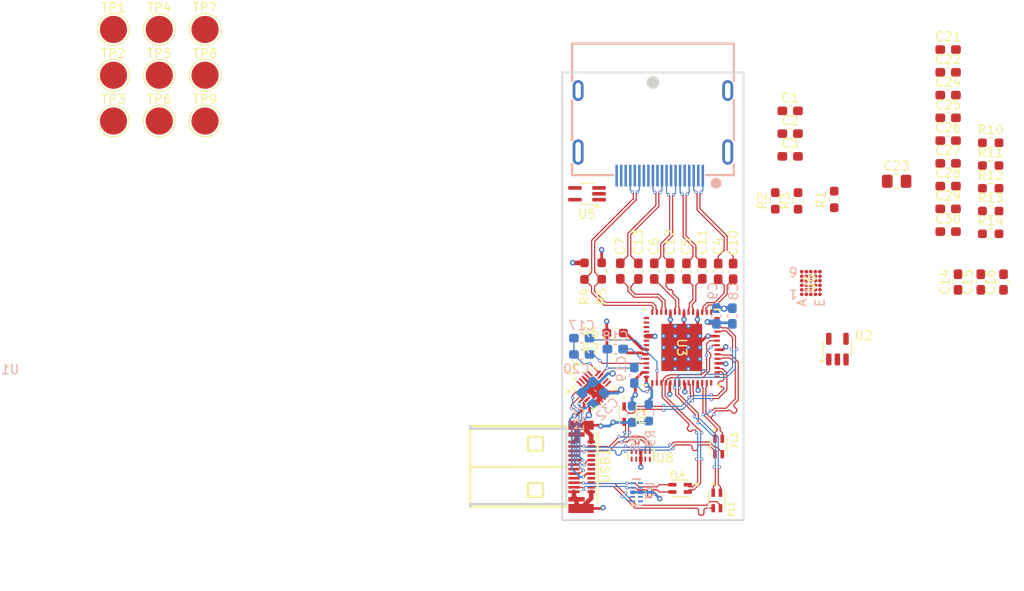
<source format=kicad_pcb>
(kicad_pcb (version 20241229) (generator "pcbnew") (generator_version "9.0")
  (layers (0 "F.Cu" signal) (4 "In1.Cu" signal) (6 "In2.Cu" signal) (2 "B.Cu" signal) (13 "F.Paste" user) (15 "B.Paste" user) (5 "F.SilkS" user "F.Silkscreen") (7 "B.SilkS" user "B.Silkscreen") (1 "F.Mask" user) (3 "B.Mask" user) (25 "Edge.Cuts" user))
  (net 0 "")
  (net 1 "Net-(C1-Pad1)")
  (net 2 "GND")
  (net 3 "+3V3")
  (net 4 "/DC0-")
  (net 5 "/DC1-")
  (net 6 "/DC2-")
  (net 7 "/DC3-")
  (net 8 "/DC0+")
  (net 9 "/DC1+")
  (net 10 "/DC2+")
  (net 11 "/DC3+")
  (net 12 "+5V")
  (net 13 "/SBU1")
  (net 14 "Net-(U3-AUXA(p))")
  (net 15 "Net-(U3-AUXB(p))")
  (net 16 "/SBU2")
  (net 17 "Net-(U3-AUXA(n))")
  (net 18 "Net-(U3-AUXB(n))")
  (net 19 "Net-(U6-VDD1P8)")
  (net 20 "Net-(U6-VDD1P1)")
  (net 21 "Net-(U6-AVL)")
  (net 22 "/CC2")
  (net 23 "/CC1")
  (net 24 "Net-(U4B-VBIAS)")
  (net 25 "/SSTXP1")
  (net 26 "/SSTXN1")
  (net 27 "/F_SSTXN1")
  (net 28 "/F_SSTXP1")
  (net 29 "/F_SSRXN2")
  (net 30 "/F_SSRXP2")
  (net 31 "/SSRXP2")
  (net 32 "/SSRXN2")
  (net 33 "/F_SSTXN2")
  (net 34 "/F_SSTXP2")
  (net 35 "/SSTXN2")
  (net 36 "/SSTXP2")
  (net 37 "/SSRXP1")
  (net 38 "/SSRXN1")
  (net 39 "/F_SSRXP1")
  (net 40 "/F_SSRXN1")
  (net 41 "/C_CC1")
  (net 42 "/C_SBU1")
  (net 43 "/C_CC2")
  (net 44 "/C_SBU2")
  (net 45 "/CFG1")
  (net 46 "/CFG2")
  (net 47 "/AUX-")
  (net 48 "/AUX+")
  (net 49 "Net-(U3-DDCCLK_B)")
  (net 50 "Net-(U3-DDCDAT_B)")
  (net 51 "Net-(U3-DDCCLK_A)")
  (net 52 "Net-(U3-DDCDAT_A)")
  (net 53 "/INTB")
  (net 54 "/SCL")
  (net 55 "/SDA")
  (net 56 "Net-(U6-DN)")
  (net 57 "Net-(U6-DP)")
  (net 58 "/DIR")
  (net 59 "/HPDC")
  (net 60 "/HPD_DP")
  (net 97 "/DC0_N")
  (net 98 "/DC1_N")
  (net 99 "/DC2_N")
  (net 100 "/DC3_N")
  (net 101 "/DC0_P")
  (net 102 "/DC1_P")
  (net 103 "/DC2_P")
  (net 104 "/DC3_P")
  (footprint "DLW21SN121SQ2L:DLW21SN121SQ2L" (layer "F.Cu") (at 157.48 137.68 -90)
    (property "Reference" "FL2")
    (property "Value" "DLW21SN121SQ2L")
  )
  (footprint "Capacitor_SMD:C_0603_1608Metric_Pad1.08x0.95mm_HandSolder" (layer "F.Cu") (at 165.7 121.9 -90)
    (property "Reference" "C11")
    (property "Value" "0.1 uF")
  )
  (footprint "Capacitor_SMD:C_0603_1608Metric_Pad1.08x0.95mm_HandSolder" (layer "F.Cu") (at 163.95 121.912501 -90)
    (property "Reference" "C5")
    (property "Value" "0.1 uF")
  )
  (footprint "Capacitor_SMD:C_0603_1608Metric_Pad1.08x0.95mm_HandSolder" (layer "F.Cu") (at 167.45 121.937499 -90)
    (property "Reference" "C4")
    (property "Value" "0.1 uF")
  )
  (footprint "Resistor_SMD:R_0603_1608Metric_Pad0.98x0.95mm_HandSolder" (layer "F.Cu") (at 180.25 114 90)
    (property "Reference" "R1")
    (property "Value" "1M")
  )
  (footprint "Capacitor_SMD:C_0603_1608Metric_Pad1.08x0.95mm_HandSolder" (layer "F.Cu") (at 192.8125 97.47)
    (property "Reference" "C21")
    (property "Value" "1 uF")
  )
  (footprint "MAX77958CEWV-T:21-100339_W302B3&plus_1_ADI" (layer "F.Cu") (at 177.67 123.22 90)
    (property "Reference" "U6")
    (property "Value" "MAX77958CEWV+T")
  )
  (footprint "Resistor_SMD:R_0603_1608Metric_Pad0.98x0.95mm_HandSolder" (layer "F.Cu") (at 197.5125 107.75)
    (property "Reference" "R10")
    (property "Value" "200k")
  )
  (footprint "TestPoint:TestPoint_Pad_D3.0mm" (layer "F.Cu") (at 100.75 105.35)
    (property "Reference" "TP3")
    (property "Value" "CC1")
  )
  (footprint "Capacitor_SMD:C_0603_1608Metric_Pad1.08x0.95mm_HandSolder" (layer "F.Cu") (at 175.3875 104.23)
    (property "Reference" "C1")
    (property "Value" "1 uF")
  )
  (footprint "DLW21SN121SQ2L:DLW21SN121SQ2L" (layer "F.Cu") (at 163.25 145.87 180)
    (property "Reference" "FL4")
    (property "Value" "DLW21SN121SQ2L")
  )
  (footprint "DLW21SN121SQ2L:DLW21SN121SQ2L" (layer "F.Cu") (at 167.3 147.21 -90)
    (property "Reference" "FL1")
    (property "Value" "DLW21SN121SQ2L")
  )
  (footprint "Resistor_SMD:R_0603_1608Metric_Pad0.98x0.95mm_HandSolder" (layer "F.Cu") (at 197.5125 112.77)
    (property "Reference" "R12")
    (property "Value" "2.2k")
  )
  (footprint "Resistor_SMD:R_0603_1608Metric_Pad0.98x0.95mm_HandSolder" (layer "F.Cu") (at 154.6 121.9 -90)
    (property "Reference" "R5")
    (property "Value" "100K")
  )
  (footprint "TestPoint:TestPoint_Pad_D3.0mm" (layer "F.Cu") (at 110.85 105.35)
    (property "Reference" "TP9")
    (property "Value" "3V3")
  )
  (footprint "Capacitor_SMD:C_0603_1608Metric_Pad1.08x0.95mm_HandSolder" (layer "F.Cu") (at 192.8125 105)
    (property "Reference" "C25")
    (property "Value" "1 uF")
  )
  (footprint "Capacitor_SMD:C_0603_1608Metric_Pad1.08x0.95mm_HandSolder" (layer "F.Cu") (at 192.8125 102.49)
    (property "Reference" "C24")
    (property "Value" "1 uF")
  )
  (footprint "Capacitor_SMD:C_0603_1608Metric_Pad1.08x0.95mm_HandSolder" (layer "F.Cu") (at 198.925 123.112501 90)
    (property "Reference" "C16")
    (property "Value" "1 uF")
  )
  (footprint "Package_TO_SOT_SMD:SOT-353_SC-70-5_Handsoldering" (layer "F.Cu") (at 152.98 113.38 180)
    (property "Reference" "U5")
    (property "Value" "74LVC1G125")
  )
  (footprint "Capacitor_SMD:C_0603_1608Metric_Pad1.08x0.95mm_HandSolder" (layer "F.Cu") (at 162.15 121.9 -90)
    (property "Reference" "C12")
    (property "Value" "0.1 uF")
  )
  (footprint "Capacitor_SMD:C_0603_1608Metric_Pad1.08x0.95mm_HandSolder" (layer "F.Cu") (at 169.1 121.937499 -90)
    (property "Reference" "C10")
    (property "Value" "0.1 uF")
  )
  (footprint "TestPoint:TestPoint_Pad_D3.0mm" (layer "F.Cu") (at 100.75 95.25)
    (property "Reference" "TP1")
    (property "Value" "SCL")
  )
  (footprint "Capacitor_SMD:C_0805_2012Metric_Pad1.18x1.45mm_HandSolder" (layer "F.Cu") (at 187.1375 112)
    (property "Reference" "C23")
    (property "Value" "2.2 uF")
  )
  (footprint "Capacitor_SMD:C_0603_1608Metric_Pad1.08x0.95mm_HandSolder" (layer "F.Cu") (at 196.415 123.112501 90)
    (property "Reference" "C15")
    (property "Value" "0.1 uF")
  )
  (footprint "Resistor_SMD:R_0603_1608Metric_Pad0.98x0.95mm_HandSolder" (layer "F.Cu") (at 197.5125 110.26)
    (property "Reference" "R11")
    (property "Value" "2.2k")
  )
  (footprint "TPD8S300ARUKR:WQFN20_RUK_TEX" (layer "F.Cu") (at 153.727948 134.772052 45)
    (property "Reference" "U4")
    (property "Value" "TPD8S300ARUKR")
  )
  (footprint "TestPoint:TestPoint_Pad_D3.0mm" (layer "F.Cu") (at 110.85 100.3)
    (property "Reference" "TP8")
    (property "Value" "HPD")
  )
  (footprint "Capacitor_SMD:C_0603_1608Metric_Pad1.08x0.95mm_HandSolder" (layer "F.Cu") (at 192.8125 117.55)
    (property "Reference" "C30")
    (property "Value" "27 pF")
  )
  (footprint "Capacitor_SMD:C_0603_1608Metric_Pad1.08x0.95mm_HandSolder" (layer "F.Cu") (at 192.8125 110.02)
    (property "Reference" "C27")
    (property "Value" "1 uF")
  )
  (footprint "Capacitor_SMD:C_0603_1608Metric_Pad1.08x0.95mm_HandSolder" (layer "F.Cu") (at 175.3875 109.25)
    (property "Reference" "C3")
    (property "Value" "0.1 uF")
  )
  (footprint "Resistor_SMD:R_0603_1608Metric_Pad0.98x0.95mm_HandSolder" (layer "F.Cu") (at 152.7 121.9125 -90)
    (property "Reference" "R4")
    (property "Value" "100K")
  )
  (footprint "TestPoint:TestPoint_Pad_D3.0mm" (layer "F.Cu") (at 110.85 95.25)
    (property "Reference" "TP7")
    (property "Value" "DIR")
  )
  (footprint "Capacitor_SMD:C_0603_1608Metric_Pad1.08x0.95mm_HandSolder" (layer "F.Cu") (at 158.65 121.912501 -90)
    (property "Reference" "C13")
    (property "Value" "0.1 uF")
  )
  (footprint "Resistor_SMD:R_0603_1608Metric_Pad0.98x0.95mm_HandSolder" (layer "F.Cu") (at 176.26 114.1625 90)
    (property "Reference" "R3")
    (property "Value" "5M")
  )
  (footprint "Resistor_SMD:R_0603_1608Metric_Pad0.98x0.95mm_HandSolder" (layer "F.Cu") (at 173.75 114.1625 90)
    (property "Reference" "R2")
    (property "Value" "1M")
  )
  (footprint "Capacitor_SMD:C_0603_1608Metric_Pad1.08x0.95mm_HandSolder" (layer "F.Cu") (at 192.8125 107.51)
    (property "Reference" "C26")
    (property "Value" "1 uF")
  )
  (footprint "TPD4E05U06DQAR:DQA0010A" (layer "F.Cu") (at 158.91 142.23 -90)
    (property "Reference" "U8")
    (property "Value" "TPD4E05U06DQAR")
  )
  (footprint "Capacitor_SMD:C_0603_1608Metric_Pad1.08x0.95mm_HandSolder" (layer "F.Cu") (at 160.4 121.912501 -90)
    (property "Reference" "C6")
    (property "Value" "0.1 uF")
  )
  (footprint "Capacitor_SMD:C_0603_1608Metric_Pad1.08x0.95mm_HandSolder" (layer "F.Cu") (at 192.8125 112.53)
    (property "Reference" "C28")
    (property "Value" "27 pF")
  )
  (footprint "DLW21SN121SQ2L:DLW21SN121SQ2L" (layer "F.Cu") (at 167.5 141.25 -90)
    (property "Reference" "FL3")
    (property "Value" "DLW21SN121SQ2L")
  )
  (footprint "TestPoint:TestPoint_Pad_D3.0mm" (layer "F.Cu") (at 105.8 100.3)
    (property "Reference" "TP5")
    (property "Value" "VBUS")
  )
  (footprint "Capacitor_SMD:C_0603_1608Metric_Pad1.08x0.95mm_HandSolder" (layer "F.Cu") (at 192.8125 99.98)
    (property "Reference" "C22")
    (property "Value" "1 uF")
  )
  (footprint "Capacitor_SMD:C_0603_1608Metric_Pad1.08x0.95mm_HandSolder" (layer "F.Cu") (at 175.3875 106.74)
    (property "Reference" "C2")
    (property "Value" "0.1 uF")
  )
  (footprint "Resistor_SMD:R_0603_1608Metric_Pad0.98x0.95mm_HandSolder" (layer "F.Cu") (at 156.09 130.51 180)
    (property "Reference" "R7")
    (property "Value" "1M")
  )
  (footprint "TestPoint:TestPoint_Pad_D3.0mm" (layer "F.Cu") (at 105.8 95.25)
    (property "Reference" "TP4")
    (property "Value" "CC2")
  )
  (footprint "USB-3-C-MALE:USB-C-SMD_U261-241N-4BS2SS" (layer "F.Cu") (at 152.5 143.5 -90)
    (property "Reference" "USB1")
    (property "Value" "~")
    (fp_line (start -4.2 12.400001) (end -4.5 12.400001) (stroke (width 0.254)) (layer "Edge.Cuts"))
    (fp_line (start 4.1 12.4) (end 4.1 1.8) (stroke (width 0.254)) (layer "Edge.Cuts"))
    (fp_line (start 4.4 12.4) (end 4.1 12.4) (stroke (width 0.254)) (layer "Edge.Cuts"))
    (fp_line (start -4.2 1.8) (end -4.2 12.400001) (stroke (width 0.254)) (layer "Edge.Cuts"))
    (fp_line (start 4.1 1.8) (end -4.2 1.8) (stroke (width 0.254)) (layer "Edge.Cuts"))
  )
  (footprint "TestPoint:TestPoint_Pad_D3.0mm" (layer "F.Cu") (at 105.8 105.35)
    (property "Reference" "TP6")
    (property "Value" "INTB")
  )
  (footprint "Capacitor_SMD:C_0603_1608Metric_Pad1.08x0.95mm_HandSolder" (layer "F.Cu") (at 192.8125 115.04)
    (property "Reference" "C29")
    (property "Value" "1 uF")
  )
  (footprint "HD3SS215IRTQR:RTQ0056B" (layer "F.Cu") (at 163.432501 130.330001 -90)
    (property "Reference" "U3")
    (property "Value" "HD3SS215IRTQR")
  )
  (footprint "Resistor_SMD:R_0603_1608Metric_Pad0.98x0.95mm_HandSolder" (layer "F.Cu") (at 197.5125 115.28)
    (property "Reference" "R13")
    (property "Value" "47R")
  )
  (footprint "Capacitor_SMD:C_0603_1608Metric_Pad1.08x0.95mm_HandSolder" (layer "F.Cu") (at 156.65 121.9 -90)
    (property "Reference" "C7")
    (property "Value" "0.1 uF")
  )
  (footprint "Capacitor_SMD:C_0603_1608Metric_Pad1.08x0.95mm_HandSolder" (layer "F.Cu") (at 193.905 123.112501 90)
    (property "Reference" "C14")
    (property "Value" "1 uF")
  )
  (footprint "Resistor_SMD:R_0603_1608Metric_Pad0.98x0.95mm_HandSolder" (layer "F.Cu") (at 156.08 128.74 180)
    (property "Reference" "R6")
    (property "Value" "1M")
  )
  (footprint "TestPoint:TestPoint_Pad_D3.0mm" (layer "F.Cu") (at 100.75 100.3)
    (property "Reference" "TP2")
    (property "Value" "SDA")
  )
  (footprint "Resistor_SMD:R_0603_1608Metric_Pad0.98x0.95mm_HandSolder" (layer "F.Cu") (at 197.5125 117.79)
    (property "Reference" "R14")
    (property "Value" "47R")
  )
  (footprint "Package_TO_SOT_SMD:SOT-23-5" (layer "F.Cu") (at 180.6 130.5125 90)
    (property "Reference" "U2")
    (property "Value" "AP2112K-3.3")
  )
  (footprint "Capacitor_SMD:C_0603_1608Metric_Pad1.08x0.95mm_HandSolder" (layer "B.Cu") (at 152.4 131.1 180)
    (property "Reference" "C20")
    (property "Value" "0.1 uF")
  )
  (footprint "Capacitor_SMD:C_0603_1608Metric_Pad1.08x0.95mm_HandSolder" (layer "B.Cu") (at 156.1 130.5 180)
    (property "Reference" "C18")
    (property "Value" "0.1 uF")
  )
  (footprint "Resistor_SMD:R_0603_1608Metric_Pad0.98x0.95mm_HandSolder" (layer "B.Cu") (at 159.79 137.53 -90)
    (property "Reference" "R9")
    (property "Value" "1M")
  )
  (footprint "Capacitor_SMD:C_0603_1608Metric_Pad1.08x0.95mm_HandSolder" (layer "B.Cu") (at 152.4 129.3 180)
    (property "Reference" "C17")
    (property "Value" "0.1 uF")
  )
  (footprint "XDPF-0205-20S:DISPLAYPORT_FEMALE_XDPF-0205-20S" (layer "B.Cu") (at 160.2525 106.6835)
    (property "Reference" "U1")
    (property "Value" "DisplayPort")
    (fp_poly (pts (xy 0.696629 -5.521388) (xy 0.669859 -5.386801) (xy 0.617345 -5.260022) (xy 0.541107 -5.145925) (xy 0.444075 -5.048893) (xy 0.329978 -4.972655) (xy 0.203199 -4.920142) (xy 0.068612 -4.893371) (xy -0.068612 -4.893371) (xy -0.203199 -4.920142) (xy -0.329978 -4.972655) (xy -0.444075 -5.048893) (xy -0.541107 -5.145925) (xy -0.617345 -5.260022) (xy -0.669859 -5.386801) (xy -0.696629 -5.521388) (xy -0.696629 -5.658612) (xy -0.669858 -5.793199) (xy -0.617345 -5.919978) (xy -0.541107 -6.034075) (xy -0.444075 -6.131107) (xy -0.329978 -6.207345) (xy -0.203198 -6.259858) (xy -0.068612 -6.286629) (xy 0.068612 -6.286629) (xy 0.203198 -6.259858) (xy 0.329978 -6.207345) (xy 0.444075 -6.131107) (xy 0.541107 -6.034075) (xy 0.617345 -5.919978) (xy 0.669858 -5.793199) (xy 0.696629 -5.658612)) (fill yes) (layer "Edge.Cuts"))
  )
  (footprint "Capacitor_SMD:C_0603_1608Metric_Pad1.08x0.95mm_HandSolder" (layer "B.Cu") (at 154.25 134.75 135)
    (property "Reference" "C32")
    (property "Value" "1 uF")
  )
  (footprint "Capacitor_SMD:C_0603_1608Metric_Pad1.08x0.95mm_HandSolder" (layer "B.Cu") (at 158.2 133.4 90)
    (property "Reference" "C19")
    (property "Value" "0.1 uF")
  )
  (footprint "Capacitor_SMD:C_0603_1608Metric_Pad1.08x0.95mm_HandSolder" (layer "B.Cu") (at 153.02988 135.97988 135)
    (property "Reference" "C31")
    (property "Value" "0.1 uF")
  )
  (footprint "Capacitor_SMD:C_0603_1608Metric_Pad1.08x0.95mm_HandSolder" (layer "B.Cu") (at 167.25 126.862501 90)
    (property "Reference" "C9")
    (property "Value" "0.1 uF")
  )
  (footprint "Resistor_SMD:R_0603_1608Metric_Pad0.98x0.95mm_HandSolder" (layer "B.Cu") (at 157.950001 137.69 -90)
    (property "Reference" "R8")
    (property "Value" "1M")
  )
  (footprint "TPD4E05U06DQAR:DQA0010A" (layer "B.Cu") (at 158.455 146.3)
    (property "Reference" "U7")
    (property "Value" "TPD4E05U06DQAR")
  )
  (footprint "Capacitor_SMD:C_0603_1608Metric_Pad1.08x0.95mm_HandSolder" (layer "B.Cu") (at 169.01 126.862501 90)
    (property "Reference" "C8")
    (property "Value" "0.1 uF")
  )
  (gr_rect (start 150.25 100) (end 170.25 149.38) (stroke (width 0.2)) (fill no) (layer "Edge.Cuts"))
  (segment (start 163.432501 127.968433) (end 163.432501 130.330001) (width 0.3) (layer "F.Cu") (net 2))
  (segment (start 162.109 134.303502) (end 162.109 135.49) (width 0.3) (layer "F.Cu") (net 2))
  (segment (start 165.460177 129.807401) (end 163.943531 129.807401) (width 0.3) (layer "F.Cu") (net 2))
  (segment (start 162.109 135.49) (end 162.109 135.519) (width 0.3) (layer "F.Cu") (net 2))
  (segment (start 151.82 147.075) (end 151.82 147.59) (width 0.5) (layer "F.Cu") (net 2))
  (segment (start 151.82 139.41) (end 152.32 138.91) (width 0.5) (layer "F.Cu") (net 2))
  (segment (start 153.727948 134.772052) (end 152.705896 133.75) (width 0.3) (layer "F.Cu") (net 2))
  (segment (start 151.82 139.925) (end 151.82 140.475) (width 0.5) (layer "F.Cu") (net 2))
  (segment (start 163.943531 129.807401) (end 163.432501 130.318431) (width 0.3) (layer "F.Cu") (net 2))
  (segment (start 154.6 119.56) (end 154.59 119.55) (width 0.3) (layer "F.Cu") (net 2))
  (segment (start 162.182501 134.230001) (end 162.109 134.303502) (width 0.3) (layer "F.Cu") (net 2))
  (segment (start 151.545 146.25) (end 151.545 146.8) (width 0.5) (layer "F.Cu") (net 2))
  (segment (start 154.75 135.794104) (end 153.727948 134.772052) (width 0.3) (layer "F.Cu") (net 2))
  (segment (start 163.78 134.3275) (end 163.78 135.22) (width 0.3) (layer "F.Cu") (net 2))
  (segment (start 163.682504 127.71843) (end 163.432501 127.968433) (width 0.3) (layer "F.Cu") (net 2))
  (segment (start 158.910004 142.655) (end 158.910004 141.805) (width 0.3) (layer "F.Cu") (net 2))
  (segment (start 158.910004 142.655) (end 158.910004 143.520004) (width 0.3) (layer "F.Cu") (net 2))
  (segment (start 165.1825 134.230001) (end 165.1825 134.9925) (width 0.3) (layer "F.Cu") (net 2))
  (segment (start 153.455 140.045) (end 152.32 138.91) (width 0.5) (layer "F.Cu") (net 2))
  (segment (start 154.467158 136.076946) (end 154.75 135.794104) (width 0.3) (layer "F.Cu") (net 2))
  (segment (start 154.66 148.09) (end 154.75 148) (width 0.3) (layer "F.Cu") (net 2))
  (segment (start 162.182501 126.430001) (end 162.182501 127.25) (width 0.3) (layer "F.Cu") (net 2))
  (segment (start 167.332501 132.080003) (end 168.230003 132.080003) (width 0.3) (layer "F.Cu") (net 2))
  (segment (start 154.6 120.9875) (end 154.6 119.56) (width 0.3) (layer "F.Cu") (net 2))
  (segment (start 155.8 133.2) (end 155.3 133.2) (width 0.3) (layer "F.Cu") (net 2))
  (segment (start 153.727948 134.772052) (end 154.75 133.75) (width 0.3) (layer "F.Cu") (net 2))
  (segment (start 154.184314 135.228418) (end 153.727948 134.772052) (width 0.3) (layer "F.Cu") (net 2))
  (segment (start 162.109 135.519) (end 162.12 135.53) (width 0.3) (layer "F.Cu") (net 2))
  (segment (start 168.230003 132.080003) (end 168.29 132.14) (width 0.3) (layer "F.Cu") (net 2))
  (segment (start 163.432501 129.052434) (end 163.432501 130.330001) (width 0.3) (layer "F.Cu") (net 2))
  (segment (start 152.32 148.09) (end 154.66 148.09) (width 0.3) (layer "F.Cu") (net 2))
  (segment (start 165.182503 127.735364) (end 164.376468 128.541399) (width 0.3) (layer "F.Cu") (net 2))
  (segment (start 155.1675 127.4675) (end 155.15 127.45) (width 0.3) (layer "F.Cu") (net 2))
  (segment (start 151.545 146.8) (end 151.82 147.075) (width 0.5) (layer "F.Cu") (net 2))
  (segment (start 151.82 147.59) (end 152.32 148.09) (width 0.5) (layer "F.Cu") (net 2))
  (segment (start 167.969996 130.580004) (end 168.29 130.26) (width 0.3) (layer "F.Cu") (net 2))
  (segment (start 158.910004 143.520004) (end 158.92 143.53) (width 0.3) (layer "F.Cu") (net 2))
  (segment (start 162.921465 128.541398) (end 163.432501 129.052434) (width 0.3) (layer "F.Cu") (net 2))
  (segment (start 167.332501 130.580004) (end 167.969996 130.580004) (width 0.3) (layer "F.Cu") (net 2))
  (segment (start 166.187577 129.080001) (end 165.460177 129.807401) (width 0.3) (layer "F.Cu") (net 2))
  (segment (start 164.376468 128.541399) (end 163.943532 128.541399) (width 0.3) (layer "F.Cu") (net 2))
  (segment (start 152.32 138.91) (end 154.41 138.91) (width 0.3) (layer "F.Cu") (net 2))
  (segment (start 154.467158 136.076946) (end 154.467158 135.511262) (width 0.3) (layer "F.Cu") (net 2))
  (segment (start 162.488529 128.541398) (end 162.921465 128.541398) (width 0.3) (layer "F.Cu") (net 2))
  (segment (start 153.455 146.955) (end 152.32 148.09) (width 0.5) (layer "F.Cu") (net 2))
  (segment (start 163.682504 127.24) (end 163.682504 127.71843) (width 0.3) (layer "F.Cu") (net 2))
  (segment (start 165.1825 134.9925) (end 165.24 135.05) (width 0.3) (layer "F.Cu") (net 2))
  (segment (start 151.82 139.925) (end 151.82 139.41) (width 0.5) (layer "F.Cu") (net 2))
  (segment (start 167.332501 129.080001) (end 166.187577 129.080001) (width 0.3) (layer "F.Cu") (net 2))
  (segment (start 163.432501 129.05243) (end 163.432501 130.330001) (width 0.3) (layer "F.Cu") (net 2))
  (segment (start 163.682501 134.230001) (end 163.78 134.3275) (width 0.3) (layer "F.Cu") (net 2))
  (segment (start 151.82 140.475) (end 151.545 140.75) (width 0.5) (layer "F.Cu") (net 2))
  (segment (start 153.455 140.75) (end 153.455 140.045) (width 0.5) (layer "F.Cu") (net 2))
  (segment (start 154.184314 136.35979) (end 154.467158 136.076946) (width 0.3) (layer "F.Cu") (net 2))
  (segment (start 163.943532 128.541399) (end 163.432501 129.05243) (width 0.3) (layer "F.Cu") (net 2))
  (segment (start 163.682504 126.430001) (end 163.682504 127.24) (width 0.3) (layer "F.Cu") (net 2))
  (segment (start 155.3 133.2) (end 154.75 133.75) (width 0.3) (layer "F.Cu") (net 2))
  (segment (start 154.467158 135.511262) (end 153.727948 134.772052) (width 0.3) (layer "F.Cu") (net 2))
  (segment (start 153.455 146.25) (end 153.455 146.955) (width 0.5) (layer "F.Cu") (net 2))
  (segment (start 155.1775 128.75) (end 155.1675 128.74) (width 0.3) (layer "F.Cu") (net 2))
  (segment (start 162.182501 127.25) (end 162.182501 128.23537) (width 0.3) (layer "F.Cu") (net 2))
  (segment (start 163.432501 130.318431) (end 163.432501 130.330001) (width 0.3) (layer "F.Cu") (net 2))
  (segment (start 154.184314 136.35979) (end 154.184314 135.228418) (width 0.3) (layer "F.Cu") (net 2))
  (segment (start 165.182503 126.430001) (end 165.182503 127.735364) (width 0.3) (layer "F.Cu") (net 2))
  (segment (start 162.182501 128.23537) (end 162.488529 128.541398) (width 0.3) (layer "F.Cu") (net 2))
  (segment (start 155.1775 130.51) (end 155.1775 128.75) (width 0.3) (layer "F.Cu") (net 2))
  (segment (start 155.1675 128.74) (end 155.1675 127.4675) (width 0.3) (layer "F.Cu") (net 2))
  (segment (start 154.41 138.91) (end 154.5 139) (width 0.3) (layer "F.Cu") (net 2))
  (via (at 165.24 135.05) (size 0.6) (drill 0.3) (layers "F.Cu" "B.Cu") (net 2))
  (via (at 154.5 139) (size 0.6) (drill 0.3) (layers "F.Cu" "B.Cu") (net 2))
  (via (at 154.59 119.55) (size 0.6) (drill 0.3) (layers "F.Cu" "B.Cu") (net 2))
  (via (at 162.109 135.49) (size 0.6) (drill 0.3) (layers "F.Cu" "B.Cu") (net 2))
  (via (at 154.75 148) (size 0.6) (drill 0.3) (layers "F.Cu" "B.Cu") (net 2))
  (via (at 163.78 135.22) (size 0.6) (drill 0.3) (layers "F.Cu" "B.Cu") (net 2))
  (via (at 162.182501 127.25) (size 0.6) (drill 0.3) (layers "F.Cu" "B.Cu") (net 2))
  (via (at 161 147) (size 0.6) (drill 0.3) (layers "F.Cu" "B.Cu") (net 2))
  (via (at 163.682504 127.24) (size 0.6) (drill 0.3) (layers "F.Cu" "B.Cu") (net 2))
  (via (at 168.29 130.26) (size 0.6) (drill 0.3) (layers "F.Cu" "B.Cu") (net 2))
  (via (at 165.16 127.23) (size 0.6) (drill 0.3) (layers "F.Cu" "B.Cu") (net 2))
  (via (at 168.1 126.05) (size 0.7) (drill 0.4) (layers "F.Cu" "B.Cu") (net 2))
  (via (at 168.29 132.14) (size 0.6) (drill 0.3) (layers "F.Cu" "B.Cu") (net 2))
  (via (at 166.33 129.09) (size 0.6) (drill 0.3) (layers "F.Cu" "B.Cu") (net 2))
  (via (at 158.92 143.53) (size 0.6) (drill 0.3) (layers "F.Cu" "B.Cu") (net 2))
  (via (at 155.15 127.45) (size 0.6) (drill 0.3) (layers "F.Cu" "B.Cu") (net 2))
  (via (at 155.8 133.2) (size 0.7) (drill 0.4) (layers "F.Cu" "B.Cu") (net 2))
  (via (at 155.87 138.59) (size 0.6) (drill 0.3) (layers "F.Cu" "B.Cu") (net 2))
  (segment (start 152.42 135.36024) (end 153.64012 134.14012) (width 0.5) (layer "B.Cu") (net 2))
  (segment (start 158.88 146.300004) (end 160.300004 146.300004) (width 0.3) (layer "B.Cu") (net 2))
  (segment (start 155.8825 138.6025) (end 155.87 138.59) (width 0.3) (layer "B.Cu") (net 2))
  (segment (start 154.5 139) (end 155.46 139) (width 0.3) (layer "B.Cu") (net 2))
  (segment (start 158.03 146.300004) (end 158.88 146.300004) (width 0.3) (layer "B.Cu") (net 2))
  (segment (start 157.950001 138.6025) (end 155.8825 138.6025) (width 0.3) (layer "B.Cu") (net 2))
  (segment (start 160.300004 146.300004) (end 161 147) (width 0.3) (layer "B.Cu") (net 2))
  (segment (start 155.3 133.2) (end 154.35988 134.14012) (width 0.3) (layer "B.Cu") (net 2))
  (segment (start 168.15 126) (end 169.01 126) (width 0.5) (layer "B.Cu") (net 2))
  (segment (start 157.950001 138.6025) (end 159.63 138.6025) (width 0.3) (layer "B.Cu") (net 2))
  (segment (start 167.3 126.05) (end 167.25 126) (width 0.5) (layer "B.Cu") (net 2))
  (segment (start 168.1 126.05) (end 167.3 126.05) (width 0.5) (layer "B.Cu") (net 2))
  (segment (start 168.1 126.05) (end 168.15 126) (width 0.5) (layer "B.Cu") (net 2))
  (segment (start 159.63 138.6025) (end 159.79 138.4425) (width 0.3) (layer "B.Cu") (net 2))
  (segment (start 154.35988 134.14012) (end 153.64012 134.14012) (width 0.3) (layer "B.Cu") (net 2))
  (segment (start 152.42 135.37) (end 152.42 135.36024) (width 0.5) (layer "B.Cu") (net 2))
  (segment (start 155.8 133.2) (end 155.3 133.2) (width 0.3) (layer "B.Cu") (net 2))
  (segment (start 155.46 139) (end 155.87 138.59) (width 0.3) (layer "B.Cu") (net 2))
  (segment (start 155.315686 135.228418) (end 156.521582 135.228418) (width 0.3) (layer "F.Cu") (net 3))
  (segment (start 159.5425 129.09) (end 159.532501 129.080001) (width 0.5) (layer "F.Cu") (net 3))
  (segment (start 151.41 121) (end 151.39 120.98) (width 0.5) (layer "F.Cu") (net 3))
  (segment (start 167.332501 127.580001) (end 166.330001 127.580001) (width 0.5) (layer "F.Cu") (net 3))
  (segment (start 152.7 121) (end 151.41 121) (width 0.5) (layer "F.Cu") (net 3))
  (segment (start 156.521582 135.228418) (end 156.75 135) (width 0.3) (layer "F.Cu") (net 3))
  (segment (start 166.330001 127.580001) (end 166.25 127.5) (width 0.5) (layer "F.Cu") (net 3))
  (segment (start 160.47 129.09) (end 159.5425 129.09) (width 0.5) (layer "F.Cu") (net 3))
  (via (at 166.25 127.5) (size 0.6) (drill 0.3) (layers "F.Cu" "B.Cu") (net 3))
  (via (at 151.39 120.98) (size 0.6) (drill 0.3) (layers "F.Cu" "B.Cu") (net 3))
  (via (at 160.47 129.09) (size 0.6) (drill 0.3) (layers "F.Cu" "B.Cu") (net 3))
  (via (at 156.75 135) (size 0.7) (drill 0.4) (layers "F.Cu" "B.Cu") (net 3))
  (segment (start 167.024998 127.5) (end 167.25 127.725002) (width 0.5) (layer "B.Cu") (net 3))
  (segment (start 156.75 135) (end 156.39012 135.35988) (width 0.3) (layer "B.Cu") (net 3))
  (segment (start 166.25 127.5) (end 167.024998 127.5) (width 0.5) (layer "B.Cu") (net 3))
  (segment (start 168.897499 127.612501) (end 169.01 127.725003) (width 0.3) (layer "B.Cu") (net 3))
  (segment (start 167.26 127.6125) (end 168.897499 127.612501) (width 0.3) (layer "B.Cu") (net 3))
  (segment (start 156.39012 135.35988) (end 154.85988 135.35988) (width 0.3) (layer "B.Cu") (net 3))
  (segment (start 167.45 121.074998) (end 167.45 120.268747) (width 0.124) (layer "F.Cu") (net 4))
  (segment (start 168.1114 119.607347) (end 168.1114 118.152766) (width 0.124) (layer "F.Cu") (net 4))
  (segment (start 165.1164 115.157766) (end 165.1164 113.313) (width 0.124) (layer "F.Cu") (net 4))
  (segment (start 167.45 120.268747) (end 168.1114 119.607347) (width 0.124) (layer "F.Cu") (net 4))
  (segment (start 165.1164 113.313) (end 165.0034 113.2) (width 0.124) (layer "F.Cu") (net 4))
  (segment (start 168.1114 118.152766) (end 165.1164 115.157766) (width 0.124) (layer "F.Cu") (net 4))
  (via (at 165.0034 113.2) (size 0.35) (drill 0.2) (layers "F.Cu" "B.Cu") (net 4))
  (segment (start 165.0034 113.2) (end 164.7525 112.9491) (width 0.124) (layer "B.Cu") (net 4))
  (segment (start 164.7525 112.9491) (end 164.7525 111.3735) (width 0.124) (layer "B.Cu") (net 4))
  (segment (start 163.5864 118.137766) (end 163.5864 113.543) (width 0.124) (layer "F.Cu") (net 5))
  (segment (start 163.95 121.05) (end 164.66765 120.33235) (width 0.124) (layer "F.Cu") (net 5))
  (segment (start 164.66765 119.219016) (end 163.5864 118.137766) (width 0.124) (layer "F.Cu") (net 5))
  (segment (start 163.5864 113.543) (end 163.4734 113.43) (width 0.124) (layer "F.Cu") (net 5))
  (segment (start 164.66765 120.33235) (end 164.66765 119.219016) (width 0.124) (layer "F.Cu") (net 5))
  (via (at 163.4734 113.43) (size 0.35) (drill 0.2) (layers "F.Cu" "B.Cu") (net 5))
  (segment (start 163.4734 113.43) (end 163.2525 113.2091) (width 0.124) (layer "B.Cu") (net 5))
  (segment (start 163.2525 113.2091) (end 163.2525 111.3735) (width 0.124) (layer "B.Cu") (net 5))
  (segment (start 162.0964 117.912234) (end 162.0964 113.603) (width 0.124) (layer "F.Cu") (net 6))
  (segment (start 161.11765 120.33235) (end 161.11765 118.890984) (width 0.124) (layer "F.Cu") (net 6))
  (segment (start 161.11765 118.890984) (end 162.0964 117.912234) (width 0.124) (layer "F.Cu") (net 6))
  (segment (start 162.0964 113.603) (end 161.9834 113.49) (width 0.124) (layer "F.Cu") (net 6))
  (segment (start 160.4 121.05) (end 161.11765 120.33235) (width 0.124) (layer "F.Cu") (net 6))
  (via (at 161.9834 113.49) (size 0.35) (drill 0.2) (layers "F.Cu" "B.Cu") (net 6))
  (segment (start 161.7525 113.2591) (end 161.7525 111.3735) (width 0.124) (layer "B.Cu") (net 6))
  (segment (start 161.9834 113.49) (end 161.7525 113.2591) (width 0.124) (layer "B.Cu") (net 6))
  (segment (start 160.5764 114.652234) (end 160.5764 113.323) (width 0.124) (layer "F.Cu") (net 7))
  (segment (start 157.480149 117.748485) (end 160.5764 114.652234) (width 0.124) (layer "F.Cu") (net 7))
  (segment (start 156.65 121.037499) (end 157.480149 120.20735) (width 0.124) (layer "F.Cu") (net 7))
  (segment (start 160.5764 113.323) (end 160.4634 113.21) (width 0.124) (layer "F.Cu") (net 7))
  (segment (start 157.480149 120.20735) (end 157.480149 117.748485) (width 0.124) (layer "F.Cu") (net 7))
  (via (at 160.4634 113.21) (size 0.35) (drill 0.2) (layers "F.Cu" "B.Cu") (net 7))
  (segment (start 160.2525 112.9991) (end 160.4634 113.21) (width 0.124) (layer "B.Cu") (net 7))
  (segment (start 160.2525 111.3735) (end 160.2525 112.9991) (width 0.124) (layer "B.Cu") (net 7))
  (segment (start 169.1 121.074998) (end 169.1 120.268747) (width 0.124) (layer "F.Cu") (net 8))
  (segment (start 168.4386 119.607347) (end 168.4386 118.017234) (width 0.124) (layer "F.Cu") (net 8))
  (segment (start 168.4386 118.017234) (end 165.4436 115.022234) (width 0.124) (layer "F.Cu") (net 8))
  (segment (start 165.4436 115.022234) (end 165.4436 113.313) (width 0.124) (layer "F.Cu") (net 8))
  (segment (start 165.4436 113.313) (end 165.5566 113.2) (width 0.124) (layer "F.Cu") (net 8))
  (segment (start 169.1 120.268747) (end 168.4386 119.607347) (width 0.124) (layer "F.Cu") (net 8))
  (via (at 165.5566 113.2) (size 0.35) (drill 0.2) (layers "F.Cu" "B.Cu") (net 8))
  (segment (start 165.7525 113.0041) (end 165.7525 111.3735) (width 0.124) (layer "B.Cu") (net 8))
  (segment (start 165.5566 113.2) (end 165.7525 113.0041) (width 0.124) (layer "B.Cu") (net 8))
  (segment (start 163.9136 113.543) (end 164.0266 113.43) (width 0.124) (layer "F.Cu") (net 9))
  (segment (start 163.9136 118.002234) (end 163.9136 113.543) (width 0.124) (layer "F.Cu") (net 9))
  (segment (start 164.99485 120.332349) (end 164.99485 119.083484) (width 0.124) (layer "F.Cu") (net 9))
  (segment (start 165.7 121.037499) (end 164.99485 120.332349) (width 0.124) (layer "F.Cu") (net 9))
  (segment (start 164.99485 119.083484) (end 163.9136 118.002234) (width 0.124) (layer "F.Cu") (net 9))
  (via (at 164.0266 113.43) (size 0.35) (drill 0.2) (layers "F.Cu" "B.Cu") (net 9))
  (segment (start 164.2525 113.2041) (end 164.2525 111.3735) (width 0.124) (layer "B.Cu") (net 9))
  (segment (start 164.0266 113.43) (end 164.2525 113.2041) (width 0.124) (layer "B.Cu") (net 9))
  (segment (start 162.4236 113.603) (end 162.5366 113.49) (width 0.124) (layer "F.Cu") (net 10))
  (segment (start 161.44485 120.332349) (end 161.44485 119.026516) (width 0.124) (layer "F.Cu") (net 10))
  (segment (start 162.15 121.037499) (end 161.44485 120.332349) (width 0.124) (layer "F.Cu") (net 10))
  (segment (start 161.44485 119.026516) (end 162.4236 118.047766) (width 0.124) (layer "F.Cu") (net 10))
  (segment (start 162.4236 118.047766) (end 162.4236 113.603) (width 0.124) (layer "F.Cu") (net 10))
  (via (at 162.5366 113.49) (size 0.35) (drill 0.2) (layers "F.Cu" "B.Cu") (net 10))
  (segment (start 162.5366 113.49) (end 162.7525 113.2741) (width 0.124) (layer "B.Cu") (net 10))
  (segment (start 162.7525 113.2741) (end 162.7525 111.3735) (width 0.124) (layer "B.Cu") (net 10))
  (segment (start 158.65 121.05) (end 157.807349 120.207349) (width 0.124) (layer "F.Cu") (net 11))
  (segment (start 160.9036 114.787766) (end 160.9036 113.323) (width 0.124) (layer "F.Cu") (net 11))
  (segment (start 160.9036 113.323) (end 161.0166 113.21) (width 0.124) (layer "F.Cu") (net 11))
  (segment (start 157.807349 117.884017) (end 160.9036 114.787766) (width 0.124) (layer "F.Cu") (net 11))
  (segment (start 157.807349 120.207349) (end 157.807349 117.884017) (width 0.124) (layer "F.Cu") (net 11))
  (via (at 161.0166 113.21) (size 0.35) (drill 0.2) (layers "F.Cu" "B.Cu") (net 11))
  (segment (start 161.2525 112.9741) (end 161.0166 113.21) (width 0.124) (layer "B.Cu") (net 11))
  (segment (start 161.2525 111.3735) (end 161.2525 112.9741) (width 0.124) (layer "B.Cu") (net 11))
  (segment (start 153.3 132.1) (end 154.184314 132.984314) (width 0.124) (layer "F.Cu") (net 13))
  (segment (start 154.184314 133.184314) (end 154.2 133.168628) (width 0.124) (layer "F.Cu") (net 13))
  (segment (start 154.184314 132.984314) (end 154.184314 133.184314) (width 0.124) (layer "F.Cu") (net 13))
  (segment (start 154.2 133.168628) (end 154.168628 133.168628) (width 0.124) (layer "F.Cu") (net 13))
  (via (at 153.3 132.1) (size 0.35) (drill 0.2) (layers "F.Cu" "B.Cu") (net 13))
  (segment (start 153.3 132.1) (end 152.5375 132.1) (width 0.124) (layer "B.Cu") (net 13))
  (segment (start 151.537499 129.3) (end 151.537499 131.099999) (width 0.124) (layer "B.Cu") (net 13))
  (segment (start 151.537499 131.099999) (end 151.5375 131.1) (width 0.124) (layer "B.Cu") (net 13))
  (segment (start 152.5375 132.1) (end 151.5375 131.1) (width 0.124) (layer "B.Cu") (net 13))
  (segment (start 160.7 132.9) (end 160.7 134.212499) (width 0.124) (layer "F.Cu") (net 14))
  (segment (start 160.7 134.212499) (end 160.682498 134.230001) (width 0.124) (layer "F.Cu") (net 14))
  (via (at 160.7 132.9) (size 0.35) (drill 0.2) (layers "F.Cu" "B.Cu") (net 14))
  (segment (start 158.3 129.5) (end 160.7 131.9) (width 0.124) (layer "B.Cu") (net 14))
  (segment (start 153.462501 129.5) (end 158.3 129.5) (width 0.124) (layer "B.Cu") (net 14))
  (segment (start 160.7 131.9) (end 160.7 132.9) (width 0.124) (layer "B.Cu") (net 14))
  (segment (start 153.262501 129.3) (end 153.462501 129.5) (width 0.124) (layer "B.Cu") (net 14))
  (segment (start 158.84 131.45) (end 158.85 131.45) (width 0.124) (layer "F.Cu") (net 15))
  (segment (start 158.980001 131.580001) (end 159.532501 131.580001) (width 0.124) (layer "F.Cu") (net 15))
  (segment (start 158.85 131.45) (end 158.980001 131.580001) (width 0.124) (layer "F.Cu") (net 15))
  (via (at 158.84 131.45) (size 0.35) (drill 0.2) (layers "F.Cu" "B.Cu") (net 15))
  (segment (start 158.84 131.45) (end 158.84 131.44) (width 0.124) (layer "B.Cu") (net 15))
  (segment (start 158.84 131.44) (end 157.9 130.5) (width 0.124) (layer "B.Cu") (net 15))
  (segment (start 157.9 130.5) (end 156.962501 130.5) (width 0.124) (layer "B.Cu") (net 15))
  (segment (start 154.467158 133.332842) (end 155.2 132.6) (width 0.124) (layer "F.Cu") (net 16))
  (segment (start 154.467158 133.467158) (end 154.467158 133.332842) (width 0.124) (layer "F.Cu") (net 16))
  (via (at 155.2 132.6) (size 0.35) (drill 0.2) (layers "F.Cu" "B.Cu") (net 16))
  (segment (start 155.2 132.6) (end 155.2 130.537499) (width 0.124) (layer "B.Cu") (net 16))
  (segment (start 155.2 130.537499) (end 155.237499 130.5) (width 0.124) (layer "B.Cu") (net 16))
  (segment (start 158.137499 132.6) (end 158.2 132.537499) (width 0.124) (layer "B.Cu") (net 16))
  (segment (start 155.2 132.6) (end 158.137499 132.6) (width 0.124) (layer "B.Cu") (net 16))
  (segment (start 160.1825 134.6175) (end 160.1825 134.230001) (width 0.124) (layer "F.Cu") (net 17))
  (segment (start 160.2 134.212501) (end 160.1825 134.230001) (width 0.124) (layer "F.Cu") (net 17))
  (segment (start 159.6 135.2) (end 160.1825 134.6175) (width 0.124) (layer "F.Cu") (net 17))
  (via (at 159.6 135.2) (size 0.35) (drill 0.2) (layers "F.Cu" "B.Cu") (net 17))
  (segment (start 159.137499 135.2) (end 159.6 135.2) (width 0.124) (layer "B.Cu") (net 17))
  (segment (start 158.2 134.262501) (end 159.137499 135.2) (width 0.124) (layer "B.Cu") (net 17))
  (segment (start 154.68 132.08) (end 159.532501 132.08) (width 0.124) (layer "F.Cu") (net 18))
  (segment (start 154.4 131.8) (end 154.68 132.08) (width 0.124) (layer "F.Cu") (net 18))
  (via (at 154.4 131.8) (size 0.35) (drill 0.2) (layers "F.Cu" "B.Cu") (net 18))
  (segment (start 153.7 131.1) (end 154.4 131.8) (width 0.124) (layer "B.Cu") (net 18))
  (segment (start 153.2625 131.1) (end 153.7 131.1) (width 0.124) (layer "B.Cu") (net 18))
  (segment (start 152.17 136.33) (end 152.705896 135.794104) (width 0.2) (layer "F.Cu") (net 24))
  (segment (start 152.17 136.45) (end 152.17 136.33) (width 0.2) (layer "F.Cu") (net 24))
  (segment (start 152.1 136.52) (end 152.17 136.45) (width 0.2) (layer "F.Cu") (net 24))
  (via (at 152.1 136.52) (size 0.35) (drill 0.2) (layers "F.Cu" "B.Cu") (net 24))
  (segment (start 153.42952 136.8) (end 153.63976 136.58976) (width 0.2) (layer "B.Cu") (net 24))
  (segment (start 152.44 137.04) (end 152.86 137.04) (width 0.2) (layer "B.Cu") (net 24))
  (segment (start 152.1 136.7) (end 152.44 137.04) (width 0.2) (layer "B.Cu") (net 24))
  (segment (start 152.86 137.04) (end 153.1 136.8) (width 0.2) (layer "B.Cu") (net 24))
  (segment (start 152.1 136.52) (end 152.1 136.7) (width 0.2) (layer "B.Cu") (net 24))
  (segment (start 153.1 136.8) (end 153.42952 136.8) (width 0.2) (layer "B.Cu") (net 24))
  (segment (start 166.9 148.06) (end 166.119923 148.06) (width 0.124) (layer "F.Cu") (net 25))
  (segment (start 156.854414 146.61578) (end 155.902234 145.6636) (width 0.124) (layer "F.Cu") (net 25))
  (segment (start 153.5414 145.6636) (end 153.455 145.75) (width 0.124) (layer "F.Cu") (net 25))
  (segment (start 165.039923 148.06) (end 164.919923 148.06) (width 0.124) (layer "F.Cu") (net 25))
  (segment (start 157.01422 146.775586) (end 156.854414 146.775586) (width 0.124) (layer "F.Cu") (net 25))
  (segment (start 164.919923 148.06) (end 164.556504 148.06) (width 0.124) (layer "F.Cu") (net 25))
  (segment (start 165.279923 148.596921) (end 165.279923 148.3) (width 0.124) (layer "F.Cu") (net 25))
  (segment (start 164.556504 148.06) (end 158.298634 148.06) (width 0.124) (layer "F.Cu") (net 25))
  (segment (start 158.298634 148.06) (end 157.01422 146.775586) (width 0.124) (layer "F.Cu") (net 25))
  (segment (start 165.879923 148.3) (end 165.879923 148.596921) (width 0.124) (layer "F.Cu") (net 25))
  (segment (start 165.639923 148.836921) (end 165.519923 148.836921) (width 0.124) (layer "F.Cu") (net 25))
  (segment (start 156.854414 146.775586) (end 156.854414 146.61578) (width 0.124) (layer "F.Cu") (net 25))
  (segment (start 155.902234 145.6636) (end 153.5414 145.6636) (width 0.124) (layer "F.Cu") (net 25))
  (via (at 156.854414 146.775586) (size 0.35) (drill 0.2) (layers "F.Cu" "B.Cu") (net 25))
  (arc (start 165.279923 148.3) (mid 165.209629 148.130294) (end 165.039923 148.06) (width 0.124) (layer "F.Cu") (net 25))
  (arc (start 165.519923 148.836921) (mid 165.350217 148.766627) (end 165.279923 148.596921) (width 0.124) (layer "F.Cu") (net 25))
  (arc (start 165.879923 148.596921) (mid 165.809629 148.766627) (end 165.639923 148.836921) (width 0.124) (layer "F.Cu") (net 25))
  (arc (start 166.119923 148.06) (mid 165.950217 148.130294) (end 165.879923 148.3) (width 0.124) (layer "F.Cu") (net 25))
  (segment (start 157.01422 146.775586) (end 156.854414 146.775586) (width 0.124) (layer "B.Cu") (net 25))
  (segment (start 157.768601 147.213601) (end 157.452235 147.213601) (width 0.124) (layer "B.Cu") (net 25))
  (segment (start 157.855001 147.300001) (end 157.768601 147.213601) (width 0.124) (layer "B.Cu") (net 25))
  (segment (start 157.452235 147.213601) (end 157.01422 146.775586) (width 0.124) (layer "B.Cu") (net 25))
  (segment (start 158.03 147.300001) (end 157.855001 147.300001) (width 0.124) (layer "B.Cu") (net 25))
  (segment (start 167.3 147.34) (end 166.55 147.34) (width 0.124) (layer "F.Cu") (net 26))
  (segment (start 157.245586 146.54422) (end 157.245586 146.384414) (width 0.124) (layer "F.Cu") (net 26))
  (segment (start 153.5414 145.3364) (end 153.455 145.25) (width 0.124) (layer "F.Cu") (net 26))
  (segment (start 157.08578 146.384414) (end 156.037766 145.3364) (width 0.124) (layer "F.Cu") (net 26))
  (segment (start 166.1572 147.7328) (end 158.434166 147.7328) (width 0.124) (layer "F.Cu") (net 26))
  (segment (start 167.68 148.04) (end 167.68 147.72) (width 0.124) (layer "F.Cu") (net 26))
  (segment (start 157.245586 146.384414) (end 157.08578 146.384414) (width 0.124) (layer "F.Cu") (net 26))
  (segment (start 158.434166 147.7328) (end 157.245586 146.54422) (width 0.124) (layer "F.Cu") (net 26))
  (segment (start 167.68 147.72) (end 167.3 147.34) (width 0.124) (layer "F.Cu") (net 26))
  (segment (start 166.55 147.34) (end 166.1572 147.7328) (width 0.124) (layer "F.Cu") (net 26))
  (segment (start 156.037766 145.3364) (end 153.5414 145.3364) (width 0.124) (layer "F.Cu") (net 26))
  (segment (start 167.7 148.06) (end 167.68 148.04) (width 0.124) (layer "F.Cu") (net 26))
  (via (at 157.245586 146.384414) (size 0.35) (drill 0.2) (layers "F.Cu" "B.Cu") (net 26))
  (segment (start 157.245586 146.54422) (end 157.245586 146.384414) (width 0.124) (layer "B.Cu") (net 26))
  (segment (start 157.855001 146.800002) (end 157.768601 146.886402) (width 0.124) (layer "B.Cu") (net 26))
  (segment (start 157.768601 146.886402) (end 157.587768 146.886402) (width 0.124) (layer "B.Cu") (net 26))
  (segment (start 157.587768 146.886402) (end 157.245586 146.54422) (width 0.124) (layer "B.Cu") (net 26))
  (segment (start 158.03 146.800002) (end 157.855001 146.800002) (width 0.124) (layer "B.Cu") (net 26))
  (segment (start 168.9234 130.52) (end 169.0364 130.407) (width 0.124) (layer "F.Cu") (net 27))
  (segment (start 162.7514 134.8914) (end 162.63 134.77) (width 0.124) (layer "F.Cu") (net 27))
  (segment (start 167.4636 145.448599) (end 167.4636 143.633) (width 0.124) (layer "F.Cu") (net 27))
  (segment (start 168.302236 128.493602) (end 167.8689 128.493602) (width 0.124) (layer "F.Cu") (net 27))
  (segment (start 167.7 146.36) (end 167.7 145.684999) (width 0.124) (layer "F.Cu") (net 27))
  (segment (start 162.63 134.77) (end 162.63 134.282501) (width 0.124) (layer "F.Cu") (net 27))
  (segment (start 164.908345 137.718345) (end 162.7514 135.5614) (width 0.124) (layer "F.Cu") (net 27))
  (segment (start 169.0364 130.407) (end 169.0364 129.227766) (width 0.124) (layer "F.Cu") (net 27))
  (segment (start 162.63 134.282501) (end 162.6825 134.230001) (width 0.124) (layer "F.Cu") (net 27))
  (segment (start 167.8689 128.493602) (end 167.7825 128.580002) (width 0.124) (layer "F.Cu") (net 27))
  (segment (start 167.4636 143.633) (end 167.5766 143.52) (width 0.124) (layer "F.Cu") (net 27))
  (segment (start 167.7825 128.580002) (end 167.332501 128.580002) (width 0.124) (layer "F.Cu") (net 27))
  (segment (start 164.84 137.95) (end 164.908345 137.881655) (width 0.124) (layer "F.Cu") (net 27))
  (segment (start 162.7514 135.5614) (end 162.7514 134.8914) (width 0.124) (layer "F.Cu") (net 27))
  (segment (start 164.908345 137.881655) (end 164.908345 137.718345) (width 0.124) (layer "F.Cu") (net 27))
  (segment (start 167.7 145.684999) (end 167.4636 145.448599) (width 0.124) (layer "F.Cu") (net 27))
  (segment (start 169.0364 129.227766) (end 168.302236 128.493602) (width 0.124) (layer "F.Cu") (net 27))
  (via (at 162.63 134.77) (size 0.35) (drill 0.2) (layers "F.Cu" "B.Cu") (net 27))
  (via (at 168.9234 130.52) (size 0.35) (drill 0.2) (layers "F.Cu" "B.Cu") (net 27))
  (via (at 167.5766 143.52) (size 0.35) (drill 0.2) (layers "F.Cu" "B.Cu") (net 27))
  (via (at 164.84 137.95) (size 0.35) (drill 0.2) (layers "F.Cu" "B.Cu") (net 27))
  (segment (start 168.24727 133.3) (end 169.0364 132.51087) (width 0.124) (layer "B.Cu") (net 27))
  (segment (start 163.23 133.3) (end 165.35513 133.3) (width 0.124) (layer "B.Cu") (net 27))
  (segment (start 167.4636 140.232234) (end 167.4636 143.407) (width 0.124) (layer "B.Cu") (net 27))
  (segment (start 165.83513 132.809144) (end 165.95513 132.809144) (width 0.124) (layer "B.Cu") (net 27))
  (segment (start 165.59513 133.06) (end 165.59513 133.049144) (width 0.124) (layer "B.Cu") (net 27))
  (segment (start 166.43513 133.3) (end 166.55513 133.3) (width 0.124) (layer "B.Cu") (net 27))
  (segment (start 166.55513 133.3) (end 167.66497 133.3) (width 0.124) (layer "B.Cu") (net 27))
  (segment (start 167.66497 133.3) (end 168.24727 133.3) (width 0.124) (layer "B.Cu") (net 27))
  (segment (start 162.7414 133.7886) (end 163.23 133.3) (width 0.124) (layer "B.Cu") (net 27))
  (segment (start 165.081455 138.191455) (end 165.4149 138.191455) (width 0.124) (layer "B.Cu") (net 27))
  (segment (start 169.0364 132.51087) (end 169.0364 130.633) (width 0.124) (layer "B.Cu") (net 27))
  (segment (start 165.4149 138.191455) (end 165.616534 138.393089) (width 0.124) (layer "B.Cu") (net 27))
  (segment (start 162.63 134.77) (end 162.7414 134.6586) (width 0.124) (layer "B.Cu") (net 27))
  (segment (start 166.19513 133.049144) (end 166.19513 133.06) (width 0.124) (layer "B.Cu") (net 27))
  (segment (start 165.624455 138.393089) (end 167.4636 140.232234) (width 0.124) (layer "B.Cu") (net 27))
  (segment (start 167.4636 143.407) (end 167.5766 143.52) (width 0.124) (layer "B.Cu") (net 27))
  (segment (start 169.0364 130.633) (end 168.9234 130.52) (width 0.124) (layer "B.Cu") (net 27))
  (segment (start 164.84 137.95) (end 165.081455 138.191455) (width 0.124) (layer "B.Cu") (net 27))
  (segment (start 165.616534 138.393089) (end 165.624455 138.393089) (width 0.124) (layer "B.Cu") (net 27))
  (segment (start 162.7414 134.6586) (end 162.7414 133.7886) (width 0.124) (layer "B.Cu") (net 27))
  (arc (start 166.19513 133.06) (mid 166.265424 133.229706) (end 166.43513 133.3) (width 0.124) (layer "B.Cu") (net 27))
  (arc (start 165.59513 133.049144) (mid 165.665424 132.879438) (end 165.83513 132.809144) (width 0.124) (layer "B.Cu") (net 27))
  (arc (start 165.95513 132.809144) (mid 166.124836 132.879438) (end 166.19513 133.049144) (width 0.124) (layer "B.Cu") (net 27))
  (arc (start 165.35513 133.3) (mid 165.524836 133.229706) (end 165.59513 133.06) (width 0.124) (layer "B.Cu") (net 27))
  (segment (start 167.7825 128.080003) (end 167.332501 128.080003) (width 0.124) (layer "F.Cu") (net 28))
  (segment (start 165.273 138.129355) (end 165.273 137.770645) (width 0.124) (layer "F.Cu") (net 28))
  (segment (start 169.3636 130.407) (end 169.3636 129.092234) (width 0.124) (layer "F.Cu") (net 28))
  (segment (start 165.235545 137.73319) (end 165.235545 137.582815) (width 0.124) (layer "F.Cu") (net 28))
  (segment (start 166.9 145.684999) (end 167.1364 145.448599) (width 0.124) (layer "F.Cu") (net 28))
  (segment (start 163.0786 135.42587) (end 163.0786 134.8914) (width 0.124) (layer "F.Cu") (net 28))
  (segment (start 167.8689 128.166403) (end 167.7825 128.080003) (width 0.124) (layer "F.Cu") (net 28))
  (segment (start 166.9 146.36) (end 166.9 145.684999) (width 0.124) (layer "F.Cu") (net 28))
  (segment (start 165.235545 138.624455) (end 165.235545 138.16681) (width 0.124) (layer "F.Cu") (net 28))
  (segment (start 168.437769 128.166403) (end 167.8689 128.166403) (width 0.124) (layer "F.Cu") (net 28))
  (segment (start 165.235545 137.582815) (end 163.0786 135.42587) (width 0.124) (layer "F.Cu") (net 28))
  (segment (start 167.1364 145.448599) (end 167.1364 143.633) (width 0.124) (layer "F.Cu") (net 28))
  (segment (start 165.273 137.770645) (end 165.235545 137.73319) (width 0.124) (layer "F.Cu") (net 28))
  (segment (start 167.1364 143.633) (end 167.0234 143.52) (width 0.124) (layer "F.Cu") (net 28))
  (segment (start 169.3636 129.092234) (end 168.437769 128.166403) (width 0.124) (layer "F.Cu") (net 28))
  (segment (start 165.235545 138.16681) (end 165.273 138.129355) (width 0.124) (layer "F.Cu") (net 28))
  (segment (start 163.19 134.237503) (end 163.182498 134.230001) (width 0.124) (layer "F.Cu") (net 28))
  (segment (start 169.4766 130.52) (end 169.3636 130.407) (width 0.124) (layer "F.Cu") (net 28))
  (segment (start 163.19 134.78) (end 163.19 134.237503) (width 0.124) (layer "F.Cu") (net 28))
  (segment (start 163.0786 134.8914) (end 163.19 134.78) (width 0.124) (layer "F.Cu") (net 28))
  (via (at 169.4766 130.52) (size 0.35) (drill 0.2) (layers "F.Cu" "B.Cu") (net 28))
  (via (at 167.0234 143.52) (size 0.35) (drill 0.2) (layers "F.Cu" "B.Cu") (net 28))
  (via (at 165.235545 138.624455) (size 0.35) (drill 0.2) (layers "F.Cu" "B.Cu") (net 28))
  (via (at 163.19 134.78) (size 0.35) (drill 0.2) (layers "F.Cu" "B.Cu") (net 28))
  (segment (start 167.1364 143.407) (end 167.1364 140.367766) (width 0.124) (layer "B.Cu") (net 28))
  (segment (start 167.1364 140.367766) (end 165.393089 138.624455) (width 0.124) (layer "B.Cu") (net 28))
  (segment (start 165.393089 138.624455) (end 165.235545 138.624455) (width 0.124) (layer "B.Cu") (net 28))
  (segment (start 169.3636 130.633) (end 169.4766 130.52) (width 0.124) (layer "B.Cu") (net 28))
  (segment (start 169.3636 132.6464) (end 169.3636 130.633) (width 0.124) (layer "B.Cu") (net 28))
  (segment (start 163.3428 133.6272) (end 168.3828 133.6272) (width 0.124) (layer "B.Cu") (net 28))
  (segment (start 167.1364 143.407) (end 167.0234 143.52) (width 0.124) (layer "B.Cu") (net 28))
  (segment (start 163.0686 133.9014) (end 163.3428 133.6272) (width 0.124) (layer "B.Cu") (net 28))
  (segment (start 163.19 134.78) (end 163.0686 134.6586) (width 0.124) (layer "B.Cu") (net 28))
  (segment (start 163.0686 134.6586) (end 163.0686 133.9014) (width 0.124) (layer "B.Cu") (net 28))
  (segment (start 168.3828 133.6272) (end 169.3636 132.6464) (width 0.124) (layer "B.Cu") (net 28))
  (segment (start 167.991853 134.97678) (end 168.082 134.886634) (width 0.124) (layer "F.Cu") (net 29))
  (segment (start 157.88 136.83) (end 161.312785 136.83) (width 0.124) (layer "F.Cu") (net 29))
  (segment (start 167.793604 132.993604) (end 167.418901 132.993604) (width 0.124) (layer "F.Cu") (net 29))
  (segment (start 164.355301 135.308901) (end 164.355301 134.402803) (width 0.124) (layer "F.Cu") (net 29))
  (segment (start 164.376493 135.842141) (end 164.4064 135.812234) (width 0.124) (layer "F.Cu") (net 29))
  (segment (start 168.082 133.806634) (end 168.082 133.686634) (width 0.124) (layer "F.Cu") (net 29))
  (segment (start 164.355301 134.402803) (end 164.182499 134.230001) (width 0.124) (layer "F.Cu") (net 29))
  (segment (start 164.4064 135.36) (end 164.355301 135.308901) (width 0.124) (layer "F.Cu") (net 29))
  (segment (start 168.082 133.634133) (end 168.082 133.282) (width 0.124) (layer "F.Cu") (net 29))
  (segment (start 164.218949 135.842141) (end 164.376493 135.842141) (width 0.124) (layer "F.Cu") (net 29))
  (segment (start 164.4064 135.812234) (end 164.4064 135.36) (width 0.124) (layer "F.Cu") (net 29))
  (segment (start 168.082 133.282) (end 167.793604 132.993604) (width 0.124) (layer "F.Cu") (net 29))
  (segment (start 167.469446 134.406634) (end 167.469446 134.286634) (width 0.124) (layer "F.Cu") (net 29))
  (segment (start 167.532234 135.4364) (end 167.991853 134.97678) (width 0.124) (layer "F.Cu") (net 29))
  (segment (start 167.418901 132.993604) (end 167.332501 133.080004) (width 0.124) (layer "F.Cu") (net 29))
  (segment (start 167.332234 135.6364) (end 167.532234 135.4364) (width 0.124) (layer "F.Cu") (net 29))
  (segment (start 166.7 135.5234) (end 166.813 135.6364) (width 0.124) (layer "F.Cu") (net 29))
  (segment (start 161.312785 136.83) (end 161.424185 136.7186) (width 0.124) (layer "F.Cu") (net 29))
  (segment (start 166.813 135.6364) (end 167.332234 135.6364) (width 0.124) (layer "F.Cu") (net 29))
  (segment (start 167.842 134.646634) (end 167.709446 134.646634) (width 0.124) (layer "F.Cu") (net 29))
  (segment (start 167.709446 134.046634) (end 167.842 134.046634) (width 0.124) (layer "F.Cu") (net 29))
  (segment (start 168.082 133.686634) (end 168.082 133.634133) (width 0.124) (layer "F.Cu") (net 29))
  (via (at 161.424185 136.7186) (size 0.35) (drill 0.2) (layers "F.Cu" "B.Cu") (net 29))
  (via (at 164.218949 135.842141) (size 0.35) (drill 0.2) (layers "F.Cu" "B.Cu") (net 29))
  (via (at 166.7 135.5234) (size 0.35) (drill 0.2) (layers "F.Cu" "B.Cu") (net 29))
  (arc (start 168.082 134.886634) (mid 168.011706 134.716928) (end 167.842 134.646634) (width 0.124) (layer "F.Cu") (net 29))
  (arc (start 167.842 134.046634) (mid 168.011706 133.97634) (end 168.082 133.806634) (width 0.124) (layer "F.Cu") (net 29))
  (arc (start 167.469446 134.286634) (mid 167.53974 134.116928) (end 167.709446 134.046634) (width 0.124) (layer "F.Cu") (net 29))
  (arc (start 167.709446 134.646634) (mid 167.53974 134.57634) (end 167.469446 134.406634) (width 0.124) (layer "F.Cu") (net 29))
  (segment (start 161.535585 136.83) (end 163.388634 136.83) (width 0.124) (layer "B.Cu") (net 29))
  (segment (start 164.582234 135.6364) (end 166.587 135.6364) (width 0.124) (layer "B.Cu") (net 29))
  (segment (start 164.376493 135.842141) (end 164.582234 135.6364) (width 0.124) (layer "B.Cu") (net 29))
  (segment (start 166.587 135.6364) (end 166.7 135.5234) (width 0.124) (layer "B.Cu") (net 29))
  (segment (start 163.388634 136.83) (end 164.218949 135.999685) (width 0.124) (layer "B.Cu") (net 29))
  (segment (start 161.424185 136.7186) (end 161.535585 136.83) (width 0.124) (layer "B.Cu") (net 29))
  (segment (start 164.218949 135.842141) (end 164.376493 135.842141) (width 0.124) (layer "B.Cu") (net 29))
  (segment (start 164.218949 135.999685) (end 164.218949 135.842141) (width 0.124) (layer "B.Cu") (net 29))
  (segment (start 158.5028 137.1572) (end 161.312785 137.1572) (width 0.124) (layer "F.Cu") (net 30))
  (segment (start 161.312785 137.1572) (end 161.424185 137.2686) (width 0.124) (layer "F.Cu") (net 30))
  (segment (start 168.4092 133.14647) (end 167.929134 132.666404) (width 0.124) (layer "F.Cu") (net 30))
  (segment (start 166.813 135.9636) (end 167.467766 135.9636) (width 0.124) (layer "F.Cu") (net 30))
  (segment (start 157.58 137.58) (end 158.08 137.58) (width 0.124) (layer "F.Cu") (net 30))
  (segment (start 167.418902 132.666404) (end 167.3325 132.580002) (width 0.124) (layer "F.Cu") (net 30))
  (segment (start 157.08 136.83) (end 157.08 137.08) (width 0.124) (layer "F.Cu") (net 30))
  (segment (start 164.607859 136.231051) (end 164.607859 136.073507) (width 0.124) (layer "F.Cu") (net 30))
  (segment (start 164.7336 135.947766) (end 164.7336 135.234787) (width 0.124) (layer "F.Cu") (net 30))
  (segment (start 166.7 136.0766) (end 166.813 135.9636) (width 0.124) (layer "F.Cu") (net 30))
  (segment (start 158.08 137.58) (end 158.5028 137.1572) (width 0.124) (layer "F.Cu") (net 30))
  (segment (start 167.467766 135.9636) (end 168.4092 135.022166) (width 0.124) (layer "F.Cu") (net 30))
  (segment (start 168.4092 135.022166) (end 168.4092 133.14647) (width 0.124) (layer "F.Cu") (net 30))
  (segment (start 167.929134 132.666404) (end 167.418902 132.666404) (width 0.124) (layer "F.Cu") (net 30))
  (segment (start 164.682501 135.183688) (end 164.682501 134.230001) (width 0.124) (layer "F.Cu") (net 30))
  (segment (start 164.7336 135.234787) (end 164.682501 135.183688) (width 0.124) (layer "F.Cu") (net 30))
  (segment (start 164.607859 136.073507) (end 164.7336 135.947766) (width 0.124) (layer "F.Cu") (net 30))
  (segment (start 157.08 137.08) (end 157.58 137.58) (width 0.124) (layer "F.Cu") (net 30))
  (via (at 166.7 136.0766) (size 0.35) (drill 0.2) (layers "F.Cu" "B.Cu") (net 30))
  (via (at 161.424185 137.2686) (size 0.35) (drill 0.2) (layers "F.Cu" "B.Cu") (net 30))
  (via (at 164.607859 136.231051) (size 0.35) (drill 0.2) (layers "F.Cu" "B.Cu") (net 30))
  (segment (start 161.535585 137.1572) (end 163.524166 137.1572) (width 0.124) (layer "B.Cu") (net 30))
  (segment (start 164.607859 136.231051) (end 164.607859 136.073507) (width 0.124) (layer "B.Cu") (net 30))
  (segment (start 164.717766 135.9636) (end 166.587 135.9636) (width 0.124) (layer "B.Cu") (net 30))
  (segment (start 161.424185 137.2686) (end 161.535585 137.1572) (width 0.124) (layer "B.Cu") (net 30))
  (segment (start 163.524166 137.1572) (end 164.450315 136.231051) (width 0.124) (layer "B.Cu") (net 30))
  (segment (start 164.607859 136.073507) (end 164.717766 135.9636) (width 0.124) (layer "B.Cu") (net 30))
  (segment (start 164.450315 136.231051) (end 164.607859 136.231051) (width 0.124) (layer "B.Cu") (net 30))
  (segment (start 166.587 135.9636) (end 166.7 136.0766) (width 0.124) (layer "B.Cu") (net 30))
  (segment (start 156.492234 140.2064) (end 159.177766 140.2064) (width 0.124) (layer "F.Cu") (net 31))
  (segment (start 159.910001 141.392501) (end 159.910001 141.805) (width 0.124) (layer "F.Cu") (net 31))
  (segment (start 157.08 138.53) (end 157.08 138.6236) (width 0.124) (layer "F.Cu") (net 31))
  (segment (start 159.823601 140.852235) (end 159.823601 141.306101) (width 0.124) (layer "F.Cu") (net 31))
  (segment (start 153.455 141.25) (end 155.185 141.25) (width 0.124) (layer "F.Cu") (net 31))
  (segment (start 159.823601 141.306101) (end 159.910001 141.392501) (width 0.124) (layer "F.Cu") (net 31))
  (segment (start 155.185 141.25) (end 155.2714 141.3364) (width 0.124) (layer "F.Cu") (net 31))
  (segment (start 157.2364 139.5798) (end 157.2364 138.78) (width 0.124) (layer "F.Cu") (net 31))
  (segment (start 155.2714 141.3364) (end 155.362234 141.3364) (width 0.124) (layer "F.Cu") (net 31))
  (segment (start 157.08 138.6236) (end 157.2364 138.78) (width 0.124) (layer "F.Cu") (net 31))
  (segment (start 159.177766 140.2064) (end 159.823601 140.852235) (width 0.124) (layer "F.Cu") (net 31))
  (segment (start 155.362234 141.3364) (end 156.492234 140.2064) (width 0.124) (layer "F.Cu") (net 31))
  (segment (start 157.1234 139.6928) (end 157.2364 139.5798) (width 0.124) (layer "F.Cu") (net 31))
  (via (at 156.5 140.2) (size 0.35) (drill 0.2) (layers "F.Cu" "B.Cu") (net 31))
  (via (at 157.1234 139.6928) (size 0.35) (drill 0.2) (layers "F.Cu" "B.Cu") (net 31))
  (segment (start 157.2364 139.860869) (end 157.2364 139.8058) (width 0.124) (layer "B.Cu") (net 31))
  (segment (start 156.5 140.2) (end 156.897269 140.2) (width 0.124) (layer "B.Cu") (net 31))
  (segment (start 156.897269 140.2) (end 157.2364 139.860869) (width 0.124) (layer "B.Cu") (net 31))
  (segment (start 157.2364 139.8058) (end 157.1234 139.6928) (width 0.124) (layer "B.Cu") (net 31))
  (segment (start 159.496402 141.306101) (end 159.410002 141.392501) (width 0.124) (layer "F.Cu") (net 32))
  (segment (start 155.2714 141.6636) (end 155.497766 141.6636) (width 0.124) (layer "F.Cu") (net 32))
  (segment (start 158.88 140.5336) (end 158.96 140.5336) (width 0.124) (layer "F.Cu") (net 32))
  (segment (start 157.88 138.53) (end 157.8136 138.53) (width 0.124) (layer "F.Cu") (net 32))
  (segment (start 156.81 140.75) (end 157.42033 140.75) (width 0.124) (layer "F.Cu") (net 32))
  (segment (start 158.48 140.942009) (end 158.56 140.942009) (width 0.124) (layer "F.Cu") (net 32))
  (segment (start 155.185 141.75) (end 155.2714 141.6636) (width 0.124) (layer "F.Cu") (net 32))
  (segment (start 158.32 140.6936) (end 158.32 140.782009) (width 0.124) (layer "F.Cu") (net 32))
  (segment (start 157.63673 140.5336) (end 158.16 140.5336) (width 0.124) (layer "F.Cu") (net 32))
  (segment (start 155.497766 141.6636) (end 156.411366 140.75) (width 0.124) (layer "F.Cu") (net 32))
  (segment (start 159.410002 141.392501) (end 159.410002 141.805) (width 0.124) (layer "F.Cu") (net 32))
  (segment (start 159.496402 140.987768) (end 159.496402 141.306101) (width 0.124) (layer "F.Cu") (net 32))
  (segment (start 157.5636 139.5798) (end 157.5636 138.78) (width 0.124) (layer "F.Cu") (net 32))
  (segment (start 159.018002 140.5336) (end 159.042234 140.5336) (width 0.124) (layer "F.Cu") (net 32))
  (segment (start 158.72 140.782009) (end 158.72 140.6936) (width 0.124) (layer "F.Cu") (net 32))
  (segment (start 153.455 141.75) (end 155.185 141.75) (width 0.124) (layer "F.Cu") (net 32))
  (segment (start 157.42033 140.75) (end 157.63673 140.5336) (width 0.124) (layer "F.Cu") (net 32))
  (segment (start 157.8136 138.53) (end 157.5636 138.78) (width 0.124) (layer "F.Cu") (net 32))
  (segment (start 158.96 140.5336) (end 159.018002 140.5336) (width 0.124) (layer "F.Cu") (net 32))
  (segment (start 157.6766 139.6928) (end 157.5636 139.5798) (width 0.124) (layer "F.Cu") (net 32))
  (segment (start 159.042234 140.5336) (end 159.496402 140.987768) (width 0.124) (layer "F.Cu") (net 32))
  (segment (start 156.411366 140.75) (end 156.81 140.75) (width 0.124) (layer "F.Cu") (net 32))
  (via (at 157.6766 139.6928) (size 0.35) (drill 0.2) (layers "F.Cu" "B.Cu") (net 32))
  (via (at 156.81 140.75) (size 0.35) (drill 0.2) (layers "F.Cu" "B.Cu") (net 32))
  (arc (start 158.72 140.6936) (mid 158.766863 140.580463) (end 158.88 140.5336) (width 0.124) (layer "F.Cu") (net 32))
  (arc (start 158.32 140.782009) (mid 158.366863 140.895146) (end 158.48 140.942009) (width 0.124) (layer "F.Cu") (net 32))
  (arc (start 158.16 140.5336) (mid 158.273137 140.580463) (end 158.32 140.6936) (width 0.124) (layer "F.Cu") (net 32))
  (arc (start 158.56 140.942009) (mid 158.673137 140.895146) (end 158.72 140.782009) (width 0.124) (layer "F.Cu") (net 32))
  (segment (start 157.5636 139.8058) (end 157.6766 139.6928) (width 0.124) (layer "B.Cu") (net 32))
  (segment (start 157.5636 139.9964) (end 157.5636 139.8058) (width 0.124) (layer "B.Cu") (net 32))
  (segment (start 156.81 140.75) (end 157.5636 139.9964) (width 0.124) (layer "B.Cu") (net 32))
  (segment (start 169.3364 132.067766) (end 168.762235 131.493601) (width 0.124) (layer "F.Cu") (net 33))
  (segment (start 165.7689 134.766401) (end 165.682499 134.68) (width 0.124) (layer "F.Cu") (net 33))
  (segment (start 165.779317 137.720683) (end 165.7689 137.710266) (width 0.124) (layer "F.Cu") (net 33))
  (segment (start 167.8689 131.493601) (end 167.7825 131.580001) (width 0.124) (layer "F.Cu") (net 33))
  (segment (start 168.762235 131.493601) (end 167.8689 131.493601) (width 0.124) (layer "F.Cu") (net 33))
  (segment (start 167.1 139.724999) (end 167.3364 139.488599) (width 0.124) (layer "F.Cu") (net 33))
  (segment (start 167.034317 137.034317) (end 168.302953 137.034317) (width 0.124) (layer "F.Cu") (net 33))
  (segment (start 166.6 137.3) (end 166.768634 137.3) (width 0.124) (layer "F.Cu") (net 33))
  (segment (start 167.1 140.4) (end 167.1 139.724999) (width 0.124) (layer "F.Cu") (net 33))
  (segment (start 167.3364 139.277766) (end 165.779317 137.720683) (width 0.124) (layer "F.Cu") (net 33))
  (segment (start 165.7689 137.710266) (end 165.7689 134.766401) (width 0.124) (layer "F.Cu") (net 33))
  (segment (start 168.302953 137.034317) (end 169.3364 136.00087) (width 0.124) (layer "F.Cu") (net 33))
  (segment (start 169.3364 136.00087) (end 169.3364 132.067766) (width 0.124) (layer "F.Cu") (net 33))
  (segment (start 166.768634 137.3) (end 167.034317 137.034317) (width 0.124) (layer "F.Cu") (net 33))
  (segment (start 167.7825 131.580001) (end 167.332501 131.580001) (width 0.124) (layer "F.Cu") (net 33))
  (segment (start 167.3364 139.488599) (end 167.3364 139.277766) (width 0.124) (layer "F.Cu") (net 33))
  (segment (start 165.682499 134.68) (end 165.682499 134.230001) (width 0.124) (layer "F.Cu") (net 33))
  (via (at 166.6 137.3) (size 0.35) (drill 0.2) (layers "F.Cu" "B.Cu") (net 33))
  (via (at 165.779317 137.720683) (size 0.35) (drill 0.2) (layers "F.Cu" "B.Cu") (net 33))
  (segment (start 165.779317 137.720683) (end 166.179317 137.720683) (width 0.124) (layer "B.Cu") (net 33))
  (segment (start 166.179317 137.720683) (end 166.6 137.3) (width 0.124) (layer "B.Cu") (net 33))
  (segment (start 169.24799 136.552006) (end 169.332845 136.467154) (width 0.124) (layer "F.Cu") (net 34))
  (segment (start 168.897768 131.166402) (end 167.8689 131.166402) (width 0.124) (layer "F.Cu") (net 34))
  (segment (start 166.0961 134.766401) (end 166.182501 134.68) (width 0.124) (layer "F.Cu") (net 34))
  (segment (start 167.7825 131.080002) (end 167.332501 131.080002) (width 0.124) (layer "F.Cu") (net 34))
  (segment (start 167.9 140.4) (end 167.9 139.724999) (width 0.124) (layer "F.Cu") (net 34))
  (segment (start 167 137.7) (end 167 137.531366) (width 0.124) (layer "F.Cu") (net 34))
  (segment (start 169.6636 131.932234) (end 168.897768 131.166402) (width 0.124) (layer "F.Cu") (net 34))
  (segment (start 167.9 139.724999) (end 167.6636 139.488599) (width 0.124) (layer "F.Cu") (net 34))
  (segment (start 169.449379 137.092806) (end 169.24799 136.891417) (width 0.124) (layer "F.Cu") (net 34))
  (segment (start 167 137.531366) (end 167.215683 137.315683) (width 0.124) (layer "F.Cu") (net 34))
  (segment (start 167.8689 131.166402) (end 167.7825 131.080002) (width 0.124) (layer "F.Cu") (net 34))
  (segment (start 166.710683 137.989317) (end 167 137.7) (width 0.124) (layer "F.Cu") (net 34))
  (segment (start 166.0961 137.574734) (end 166.0961 134.766401) (width 0.124) (layer "F.Cu") (net 34))
  (segment (start 166.710683 138.189317) (end 166.710683 137.989317) (width 0.124) (layer "F.Cu") (net 34))
  (segment (start 169.332845 136.467154) (end 169.516467 136.283533) (width 0.124) (layer "F.Cu") (net 34))
  (segment (start 166.710683 138.189317) (end 166.0961 137.574734) (width 0.124) (layer "F.Cu") (net 34))
  (segment (start 169.516467 136.283533) (end 169.6636 136.1364) (width 0.124) (layer "F.Cu") (net 34))
  (segment (start 167.6636 139.142234) (end 166.710683 138.189317) (width 0.124) (layer "F.Cu") (net 34))
  (segment (start 167.6636 139.488599) (end 167.6636 139.142234) (width 0.124) (layer "F.Cu") (net 34))
  (segment (start 167.215683 137.315683) (end 168.001251 137.315683) (width 0.124) (layer "F.Cu") (net 34))
  (segment (start 169.364527 137.517071) (end 169.449379 137.432218) (width 0.124) (layer "F.Cu") (net 34))
  (segment (start 166.182501 134.68) (end 166.182501 134.230001) (width 0.124) (layer "F.Cu") (net 34))
  (segment (start 169.6636 136.1364) (end 169.6636 131.932234) (width 0.124) (layer "F.Cu") (net 34))
  (segment (start 168.001251 137.315683) (end 168.484317 137.315683) (width 0.124) (layer "F.Cu") (net 34))
  (segment (start 168.823728 137.315683) (end 169.025116 137.517071) (width 0.124) (layer "F.Cu") (net 34))
  (via (at 167 137.7) (size 0.35) (drill 0.2) (layers "F.Cu" "B.Cu") (net 34))
  (arc (start 169.025116 137.517071) (mid 169.194822 137.587365) (end 169.364527 137.517071) (width 0.124) (layer "F.Cu") (net 34))
  (arc (start 169.24799 136.891417) (mid 169.177695 136.721712) (end 169.24799 136.552006) (width 0.124) (layer "F.Cu") (net 34))
  (arc (start 169.449379 137.432218) (mid 169.519674 137.262512) (end 169.449379 137.092806) (width 0.124) (layer "F.Cu") (net 34))
  (arc (start 168.484317 137.315683) (mid 168.654022 137.245389) (end 168.823728 137.315683) (width 0.124) (layer "F.Cu") (net 34))
  (segment (start 167.1 141.762731) (end 167.1 142.1) (width 0.124) (layer "F.Cu") (net 35))
  (segment (start 152.66 141.83) (end 152.54 141.83) (width 0.124) (layer "F.Cu") (net 35))
  (segment (start 165.41751 141.0836) (end 165.53751 141.0836) (width 0.124) (layer "F.Cu") (net 35))
  (segment (start 152.54 141.83) (end 152.46 141.75) (width 0.124) (layer "F.Cu") (net 35))
  (segment (start 162.485586 141.30578) (end 162.707766 141.0836) (width 0.124) (layer "F.Cu") (net 35))
  (segment (start 164.81751 141.696881) (end 164.93751 141.696881) (width 0.124) (layer "F.Cu") (net 35))
  (segment (start 152.46 141.75) (end 151.545 141.75) (width 0.124) (layer "F.Cu") (net 35))
  (segment (start 157.343 141.6636) (end 157.80587 141.6636) (width 0.124) (layer "F.Cu") (net 35))
  (segment (start 157.910002 141.767732) (end 157.910002 141.805) (width 0.124) (layer "F.Cu") (net 35))
  (segment (start 157.80587 141.6636) (end 157.910002 141.767732) (width 0.124) (layer "F.Cu") (net 35))
  (segment (start 157.23 141.7766) (end 157.343 141.6636) (width 0.124) (layer "F.Cu") (net 35))
  (segment (start 165.53751 141.0836) (end 166.338357 141.0836) (width 0.124) (layer "F.Cu") (net 35))
  (segment (start 162.485586 141.465586) (end 162.485586 141.30578) (width 0.124) (layer "F.Cu") (net 35))
  (segment (start 165.17751 141.456881) (end 165.17751 141.3236) (width 0.124) (layer "F.Cu") (net 35))
  (segment (start 162.707766 141.0836) (end 164.33751 141.0836) (width 0.124) (layer "F.Cu") (net 35))
  (segment (start 166.338357 141.0836) (end 166.420869 141.0836) (width 0.124) (layer "F.Cu") (net 35))
  (segment (start 164.57751 141.3236) (end 164.57751 141.456881) (width 0.124) (layer "F.Cu") (net 35))
  (segment (start 166.420869 141.0836) (end 167.1 141.762731) (width 0.124) (layer "F.Cu") (net 35))
  (via (at 162.485586 141.465586) (size 0.35) (drill 0.2) (layers "F.Cu" "B.Cu") (net 35))
  (via (at 152.66 141.83) (size 0.35) (drill 0.2) (layers "F.Cu" "B.Cu") (net 35))
  (via (at 157.23 141.7766) (size 0.35) (drill 0.2) (layers "F.Cu" "B.Cu") (net 35))
  (arc (start 164.33751 141.0836) (mid 164.507216 141.153894) (end 164.57751 141.3236) (width 0.124) (layer "F.Cu") (net 35))
  (arc (start 164.57751 141.456881) (mid 164.647804 141.626587) (end 164.81751 141.696881) (width 0.124) (layer "F.Cu") (net 35))
  (arc (start 165.17751 141.3236) (mid 165.247804 141.153894) (end 165.41751 141.0836) (width 0.124) (layer "F.Cu") (net 35))
  (arc (start 164.93751 141.696881) (mid 165.107216 141.626587) (end 165.17751 141.456881) (width 0.124) (layer "F.Cu") (net 35))
  (segment (start 157.23 141.7766) (end 157.353 141.6536) (width 0.124) (layer "B.Cu") (net 35))
  (segment (start 162.32578 141.465586) (end 162.485586 141.465586) (width 0.124) (layer "B.Cu") (net 35))
  (segment (start 156.76257 141.9036) (end 156.76257 141.972524) (width 0.124) (layer "B.Cu") (net 35))
  (segment (start 156.16257 141.972524) (end 156.16257 141.9036) (width 0.124) (layer "B.Cu") (net 35))
  (segment (start 157.117 141.6636) (end 157.00257 141.6636) (width 0.124) (layer "B.Cu") (net 35))
  (segment (start 155.80257 141.6636) (end 155.591785 141.6636) (width 0.124) (layer "B.Cu") (net 35))
  (segment (start 152.66 141.83) (end 152.8264 141.6636) (width 0.124) (layer "B.Cu") (net 35))
  (segment (start 152.8264 141.6636) (end 155.591785 141.6636) (width 0.124) (layer "B.Cu") (net 35))
  (segment (start 155.92257 141.6636) (end 155.80257 141.6636) (width 0.124) (layer "B.Cu") (net 35))
  (segment (start 157.353 141.6536) (end 162.137766 141.6536) (width 0.124) (layer "B.Cu") (net 35))
  (segment (start 157.23 141.7766) (end 157.117 141.6636) (width 0.124) (layer "B.Cu") (net 35))
  (segment (start 156.52257 142.212524) (end 156.40257 142.212524) (width 0.124) (layer "B.Cu") (net 35))
  (segment (start 162.137766 141.6536) (end 162.32578 141.465586) (width 0.124) (layer "B.Cu") (net 35))
  (arc (start 156.16257 141.9036) (mid 156.092276 141.733894) (end 155.92257 141.6636) (width 0.124) (layer "B.Cu") (net 35))
  (arc (start 156.76257 141.972524) (mid 156.692276 142.14223) (end 156.52257 142.212524) (width 0.124) (layer "B.Cu") (net 35))
  (arc (start 157.00257 141.6636) (mid 156.832864 141.733894) (end 156.76257 141.9036) (width 0.124) (layer "B.Cu") (net 35))
  (arc (start 156.40257 142.212524) (mid 156.232864 142.14223) (end 156.16257 141.972524) (width 0.124) (layer "B.Cu") (net 35))
  (segment (start 167.38 141.41) (end 167.39 141.41) (width 0.124) (layer "F.Cu") (net 36))
  (segment (start 167.27 141.3) (end 167.38 141.41) (width 0.124) (layer "F.Cu") (net 36))
  (segment (start 166.4964 140.7564) (end 167.04 141.3) (width 0.124) (layer "F.Cu") (net 36))
  (segment (start 162.25422 141.074414) (end 162.572234 140.7564) (width 0.124) (layer "F.Cu") (net 36))
  (segment (start 167.04 141.3) (end 167.27 141.3) (width 0.124) (layer "F.Cu") (net 36))
  (segment (start 167.9 141.92) (end 167.9 142.1) (width 0.124) (layer "F.Cu") (net 36))
  (segment (start 162.094414 141.074414) (end 162.25422 141.074414) (width 0.124) (layer "F.Cu") (net 36))
  (segment (start 152.38 141.25) (end 151.545 141.25) (width 0.124) (layer "F.Cu") (net 36))
  (segment (start 157.25 141.2234) (end 157.363 141.3364) (width 0.124) (layer "F.Cu") (net 36))
  (segment (start 152.43 141.2) (end 152.38 141.25) (width 0.124) (layer "F.Cu") (net 36))
  (segment (start 152.63 141.2) (end 152.43 141.2) (width 0.124) (layer "F.Cu") (net 36))
  (segment (start 157.363 141.3364) (end 158.0864 141.3364) (width 0.124) (layer "F.Cu") (net 36))
  (segment (start 162.572234 140.7564) (end 166.4964 140.7564) (width 0.124) (layer "F.Cu") (net 36))
  (segment (start 167.39 141.41) (end 167.9 141.92) (width 0.124) (layer "F.Cu") (net 36))
  (segment (start 158.0864 141.3364) (end 158.410001 141.660001) (width 0.124) (layer "F.Cu") (net 36))
  (segment (start 158.410001 141.660001) (end 158.410001 141.805) (width 0.124) (layer "F.Cu") (net 36))
  (via (at 162.094414 141.074414) (size 0.35) (drill 0.2) (layers "F.Cu" "B.Cu") (net 36))
  (via (at 152.63 141.2) (size 0.35) (drill 0.2) (layers "F.Cu" "B.Cu") (net 36))
  (via (at 157.25 141.2234) (size 0.35) (drill 0.2) (layers "F.Cu" "B.Cu") (net 36))
  (segment (start 152.63 141.2) (end 152.73 141.2) (width 0.124) (layer "B.Cu") (net 36))
  (segment (start 152.73 141.2) (end 152.8664 141.3364) (width 0.124) (layer "B.Cu") (net 36))
  (segment (start 157.137 141.3364) (end 157.25 141.2234) (width 0.124) (layer "B.Cu") (net 36))
  (segment (start 162.094414 141.23422) (end 162.094414 141.074414) (width 0.124) (layer "B.Cu") (net 36))
  (segment (start 152.8664 141.3364) (end 157.137 141.3364) (width 0.124) (layer "B.Cu") (net 36))
  (segment (start 157.25 141.2234) (end 157.353 141.3264) (width 0.124) (layer "B.Cu") (net 36))
  (segment (start 157.353 141.3264) (end 162.002234 141.3264) (width 0.124) (layer "B.Cu") (net 36))
  (segment (start 162.002234 141.3264) (end 162.094414 141.23422) (width 0.124) (layer "B.Cu") (net 36))
  (segment (start 159.844 146.8836) (end 159.93 146.8836) (width 0.124) (layer "F.Cu") (net 37))
  (segment (start 152.62 146) (end 152.62 145.91) (width 0.124) (layer "F.Cu") (net 37))
  (segment (start 152.62 145.91) (end 152.46 145.75) (width 0.124) (layer "F.Cu") (net 37))
  (segment (start 158.570869 146.0336) (end 159.5 146.0336) (width 0.124) (layer "F.Cu") (net 37))
  (segment (start 160.102 146.7116) (end 160.102 146.2056) (width 0.124) (layer "F.Cu") (net 37))
  (segment (start 158.337269 145.8) (end 158.570869 146.0336) (width 0.124) (layer "F.Cu") (net 37))
  (segment (start 159.672 146.2056) (end 159.672 146.7116) (width 0.124) (layer "F.Cu") (net 37))
  (segment (start 160.947499 146.27) (end 162.4 146.27) (width 0.124) (layer "F.Cu") (net 37))
  (segment (start 157.4 145.8) (end 158.337269 145.8) (width 0.124) (layer "F.Cu") (net 37))
  (segment (start 160.5 146.0336) (end 160.711099 146.0336) (width 0.124) (layer "F.Cu") (net 37))
  (segment (start 160.711099 146.0336) (end 160.947499 146.27) (width 0.124) (layer "F.Cu") (net 37))
  (segment (start 152.46 145.75) (end 151.545 145.75) (width 0.124) (layer "F.Cu") (net 37))
  (segment (start 160.36 146.0336) (end 160.5 146.0336) (width 0.124) (layer "F.Cu") (net 37))
  (segment (start 160.274 146.0336) (end 160.36 146.0336) (width 0.124) (layer "F.Cu") (net 37))
  (via (at 152.62 146) (size 0.35) (drill 0.2) (layers "F.Cu" "B.Cu") (net 37))
  (via (at 157.4 145.8) (size 0.35) (drill 0.2) (layers "F.Cu" "B.Cu") (net 37))
  (arc (start 159.672 146.7116) (mid 159.722378 146.833222) (end 159.844 146.8836) (width 0.124) (layer "F.Cu") (net 37))
  (arc (start 159.5 146.0336) (mid 159.621622 146.083978) (end 159.672 146.2056) (width 0.124) (layer "F.Cu") (net 37))
  (arc (start 159.93 146.8836) (mid 160.051622 146.833222) (end 160.102 146.7116) (width 0.124) (layer "F.Cu") (net 37))
  (arc (start 160.102 146.2056) (mid 160.152378 146.083978) (end 160.274 146.0336) (width 0.124) (layer "F.Cu") (net 37))
  (segment (start 157.2636 145.6636) (end 152.7864 145.6636) (width 0.124) (layer "B.Cu") (net 37))
  (segment (start 157.4 145.8) (end 158.029999 145.8) (width 0.124) (layer "B.Cu") (net 37))
  (segment (start 157.4 145.8) (end 157.2636 145.6636) (width 0.124) (layer "B.Cu") (net 37))
  (segment (start 152.62 145.83) (end 152.62 146) (width 0.124) (layer "B.Cu") (net 37))
  (segment (start 152.7864 145.6636) (end 152.62 145.83) (width 0.124) (layer "B.Cu") (net 37))
  (segment (start 158.029999 145.8) (end 158.03 145.800001) (width 0.124) (layer "B.Cu") (net 37))
  (segment (start 158.7064 145.7064) (end 160.711099 145.7064) (width 0.124) (layer "F.Cu") (net 38))
  (segment (start 157.42 145.32) (end 158.32 145.32) (width 0.124) (layer "F.Cu") (net 38))
  (segment (start 152.44 145.25) (end 151.545 145.25) (width 0.124) (layer "F.Cu") (net 38))
  (segment (start 160.947499 145.47) (end 162.4 145.47) (width 0.124) (layer "F.Cu") (net 38))
  (segment (start 158.32 145.32) (end 158.7064 145.7064) (width 0.124) (layer "F.Cu") (net 38))
  (segment (start 152.46 145.27) (end 152.44 145.25) (width 0.124) (layer "F.Cu") (net 38))
  (segment (start 157.4 145.3) (end 157.42 145.32) (width 0.124) (layer "F.Cu") (net 38))
  (segment (start 160.711099 145.7064) (end 160.947499 145.47) (width 0.124) (layer "F.Cu") (net 38))
  (segment (start 152.6 145.27) (end 152.46 145.27) (width 0.124) (layer "F.Cu") (net 38))
  (via (at 152.6 145.27) (size 0.35) (drill 0.2) (layers "F.Cu" "B.Cu") (net 38))
  (via (at 157.4 145.3) (size 0.35) (drill 0.2) (layers "F.Cu" "B.Cu") (net 38))
  (segment (start 152.6 145.27) (end 152.74 145.27) (width 0.124) (layer "B.Cu") (net 38))
  (segment (start 157.993602 145.3364) (end 158.03 145.300002) (width 0.124) (layer "B.Cu") (net 38))
  (segment (start 154.4536 145.3364) (end 157.993602 145.3364) (width 0.124) (layer "B.Cu") (net 38))
  (segment (start 154.45 145.34) (end 154.4536 145.3364) (width 0.124) (layer "B.Cu") (net 38))
  (segment (start 152.81 145.34) (end 154.45 145.34) (width 0.124) (layer "B.Cu") (net 38))
  (segment (start 152.74 145.27) (end 152.81 145.34) (width 0.124) (layer "B.Cu") (net 38))
  (segment (start 164.233901 146.0336) (end 164.777766 146.0336) (width 0.124) (layer "F.Cu") (net 39))
  (segment (start 164.777766 146.0336) (end 165.5136 145.297766) (width 0.124) (layer "F.Cu") (net 39))
  (segment (start 164.1 146.167501) (end 164.233901 146.0336) (width 0.124) (layer "F.Cu") (net 39))
  (segment (start 165.5064 139.540645) (end 165.252755 139.287) (width 0.124) (layer "F.Cu") (net 39))
  (segment (start 161.76 133.9) (end 161.892998 133.767002) (width 0.124) (layer "F.Cu") (net 39))
  (segment (start 166.325683 133.085683) (end 166.5036 132.907766) (width 0.124) (layer "F.Cu") (net 39))
  (segment (start 161.5961 135.6895) (end 161.5961 134.3164) (width 0.124) (layer "F.Cu") (net 39))
  (segment (start 165.5136 142.753) (end 165.6266 142.64) (width 0.124) (layer "F.Cu") (net 39))
  (segment (start 166.63 131.04) (end 166.17 130.58) (width 0.124) (layer "F.Cu") (net 39))
  (segment (start 166.5036 131.5) (end 166.63 131.3736) (width 0.124) (layer "F.Cu") (net 39))
  (segment (start 165.252755 139.287) (end 165.1936 139.287) (width 0.124) (layer "F.Cu") (net 39))
  (segment (start 165.6266 139.72) (end 165.5064 139.5998) (width 0.124) (layer "F.Cu") (net 39))
  (segment (start 161.5961 134.3164) (end 161.682499 134.230001) (width 0.124) (layer "F.Cu") (net 39))
  (segment (start 165.1936 139.287) (end 161.5961 135.6895) (width 0.124) (layer "F.Cu") (net 39))
  (segment (start 166.17 129.93) (end 166.519997 129.580003) (width 0.124) (layer "F.Cu") (net 39))
  (segment (start 166.17 130.58) (end 166.17 129.93) (width 0.124) (layer "F.Cu") (net 39))
  (segment (start 166.63 131.3736) (end 166.63 131.04) (width 0.124) (layer "F.Cu") (net 39))
  (segment (start 161.76 134.115231) (end 161.76 133.9) (width 0.124) (layer "F.Cu") (net 39))
  (segment (start 166.5036 132.907766) (end 166.5036 131.5) (width 0.124) (layer "F.Cu") (net 39))
  (segment (start 164.1 146.27) (end 164.1 146.167501) (width 0.124) (layer "F.Cu") (net 39))
  (segment (start 165.5064 139.5998) (end 165.5064 139.540645) (width 0.124) (layer "F.Cu") (net 39))
  (segment (start 162.108229 133.767002) (end 162.211631 133.6636) (width 0.124) (layer "F.Cu") (net 39))
  (segment (start 161.682499 134.230001) (end 161.682499 134.192732) (width 0.124) (layer "F.Cu") (net 39))
  (segment (start 161.682499 134.192732) (end 161.76 134.115231) (width 0.124) (layer "F.Cu") (net 39))
  (segment (start 165.747766 133.6636) (end 166.5036 132.907766) (width 0.124) (layer "F.Cu") (net 39))
  (segment (start 162.211631 133.6636) (end 165.747766 133.6636) (width 0.124) (layer "F.Cu") (net 39))
  (segment (start 166.519997 129.580003) (end 167.332501 129.580003) (width 0.124) (layer "F.Cu") (net 39))
  (segment (start 161.892998 133.767002) (end 162.108229 133.767002) (width 0.124) (layer "F.Cu") (net 39))
  (segment (start 165.5136 145.297766) (end 165.5136 142.753) (width 0.124) (layer "F.Cu") (net 39))
  (via (at 165.6266 142.64) (size 0.35) (drill 0.2) (layers "F.Cu" "B.Cu") (net 39))
  (via (at 165.6266 139.72) (size 0.35) (drill 0.2) (layers "F.Cu" "B.Cu") (net 39))
  (segment (start 165.5136 142.527) (end 165.5136 139.833) (width 0.124) (layer "B.Cu") (net 39))
  (segment (start 165.6266 142.64) (end 165.5136 142.527) (width 0.124) (layer "B.Cu") (net 39))
  (segment (start 165.5136 139.833) (end 165.6266 139.72) (width 0.124) (layer "B.Cu") (net 39))
  (segment (start 165.0734 139.629531) (end 164.920076 139.476207) (width 0.124) (layer "F.Cu") (net 40))
  (segment (start 164.197988 139.519471) (end 164.113135 139.434618) (width 0.124) (layer "F.Cu") (net 40))
  (segment (start 166.1764 131.6) (end 166.1764 131.2264) (width 0.124) (layer "F.Cu") (net 40))
  (segment (start 163.079858 137.635989) (end 161.2689 135.825031) (width 0.124) (layer "F.Cu") (net 40))
  (segment (start 167.332501 130.080001) (end 166.869999 130.080001) (width 0.124) (layer "F.Cu") (net 40))
  (segment (start 164.1 145.47) (end 164.1 145.572499) (width 0.124) (layer "F.Cu") (net 40))
  (segment (start 164.071547 138.627678) (end 163.079858 137.635989) (width 0.124) (layer "F.Cu") (net 40))
  (segment (start 164.156399 138.71253) (end 164.071547 138.627678) (width 0.124) (layer "F.Cu") (net 40))
  (segment (start 161.972678 133.439822) (end 162.0761 133.3364) (width 0.124) (layer "F.Cu") (net 40))
  (segment (start 164.1 145.572499) (end 164.233901 145.7064) (width 0.124) (layer "F.Cu") (net 40))
  (segment (start 166.1764 131.2264) (end 166.15 131.2) (width 0.124) (layer "F.Cu") (net 40))
  (segment (start 161.2689 135.825031) (end 161.2689 134.3164) (width 0.124) (layer "F.Cu") (net 40))
  (segment (start 166.1764 131.6) (end 166.1764 132.772234) (width 0.124) (layer "F.Cu") (net 40))
  (segment (start 162.0761 133.3364) (end 165.612234 133.3364) (width 0.124) (layer "F.Cu") (net 40))
  (segment (start 161.399499 133.804302) (end 161.763979 133.439822) (width 0.124) (layer "F.Cu") (net 40))
  (segment (start 161.1825 134.23) (end 161.399499 134.013001) (width 0.124) (layer "F.Cu") (net 40))
  (segment (start 165.1864 142.753) (end 165.0734 142.64) (width 0.124) (layer "F.Cu") (net 40))
  (segment (start 164.642234 145.7064) (end 165.1864 145.162234) (width 0.124) (layer "F.Cu") (net 40))
  (segment (start 164.580664 139.476207) (end 164.537398 139.51947) (width 0.124) (layer "F.Cu") (net 40))
  (segment (start 166.094317 132.854317) (end 166.1764 132.772234) (width 0.124) (layer "F.Cu") (net 40))
  (segment (start 164.233901 145.7064) (end 164.642234 145.7064) (width 0.124) (layer "F.Cu") (net 40))
  (segment (start 165.612234 133.3364) (end 166.1764 132.772234) (width 0.124) (layer "F.Cu") (net 40))
  (segment (start 166.869999 130.080001) (end 166.65 130.3) (width 0.124) (layer "F.Cu") (net 40))
  (segment (start 164.113135 139.095206) (end 164.156398 139.05194) (width 0.124) (layer "F.Cu") (net 40))
  (segment (start 161.2689 134.3164) (end 161.1825 134.23) (width 0.124) (layer "F.Cu") (net 40))
  (segment (start 161.399499 134.013001) (end 161.399499 133.804302) (width 0.124) (layer "F.Cu") (net 40))
  (segment (start 165.0734 139.72) (end 165.0734 139.629531) (width 0.124) (layer "F.Cu") (net 40))
  (segment (start 161.763979 133.439822) (end 161.972678 133.439822) (width 0.124) (layer "F.Cu") (net 40))
  (segment (start 165.1864 145.162234) (end 165.1864 142.753) (width 0.124) (layer "F.Cu") (net 40))
  (via (at 166.15 131.2) (size 0.35) (drill 0.2) (layers "F.Cu" "B.Cu") (net 40))
  (via (at 166.65 130.3) (size 0.35) (drill 0.2) (layers "F.Cu" "B.Cu") (net 40))
  (via (at 165.0734 139.72) (size 0.35) (drill 0.2) (layers "F.Cu" "B.Cu") (net 40))
  (via (at 165.0734 142.64) (size 0.35) (drill 0.2) (layers "F.Cu" "B.Cu") (net 40))
  (arc (start 164.920076 139.476207) (mid 164.750369 139.405911) (end 164.580664 139.476207) (width 0.124) (layer "F.Cu") (net 40))
  (arc (start 164.113135 139.434618) (mid 164.042839 139.264911) (end 164.113135 139.095206) (width 0.124) (layer "F.Cu") (net 40))
  (arc (start 164.156398 139.05194) (mid 164.226694 138.882235) (end 164.156399 138.71253) (width 0.124) (layer "F.Cu") (net 40))
  (arc (start 164.537398 139.51947) (mid 164.367693 139.589766) (end 164.197988 139.519471) (width 0.124) (layer "F.Cu") (net 40))
  (segment (start 165.0734 142.64) (end 165.1864 142.527) (width 0.124) (layer "B.Cu") (net 40))
  (segment (start 166.15 130.8) (end 166.15 131.2) (width 0.124) (layer "B.Cu") (net 40))
  (segment (start 166.65 130.3) (end 166.15 130.8) (width 0.124) (layer "B.Cu") (net 40))
  (segment (start 165.1864 142.527) (end 165.1864 139.833) (width 0.124) (layer "B.Cu") (net 40))
  (segment (start 165.1864 139.833) (end 165.0734 139.72) (width 0.124) (layer "B.Cu") (net 40))
  (segment (start 151.88 137.77) (end 152.66 136.99) (width 0.3) (layer "F.Cu") (net 41))
  (segment (start 152.66 136.99) (end 152.66 136.405684) (width 0.3) (layer "F.Cu") (net 41))
  (segment (start 152.57 144.61) (end 152.93 144.25) (width 0.2) (layer "F.Cu") (net 41))
  (segment (start 152.66 136.405684) (end 152.988738 136.076946) (width 0.3) (layer "F.Cu") (net 41))
  (segment (start 151.68 137.77) (end 151.88 137.77) (width 0.3) (layer "F.Cu") (net 41))
  (segment (start 151.6 137.85) (end 151.68 137.77) (width 0.3) (layer "F.Cu") (net 41))
  (segment (start 152.93 144.25) (end 153.455 144.25) (width 0.2) (layer "F.Cu") (net 41))
  (via (at 151.6 137.85) (size 0.6) (drill 0.3) (layers "F.Cu" "B.Cu") (net 41))
  (via (at 152.57 144.61) (size 0.35) (drill 0.2) (layers "F.Cu" "B.Cu") (net 41))
  (segment (start 151.301 139.051058) (end 151.301 143.711) (width 0.2) (layer "B.Cu") (net 41))
  (segment (start 151.301 143.711) (end 152.2 144.61) (width 0.2) (layer "B.Cu") (net 41))
  (segment (start 152.2 144.61) (end 152.57 144.61) (width 0.2) (layer "B.Cu") (net 41))
  (segment (start 151.1 138.850058) (end 151.301 139.051058) (width 0.2) (layer "B.Cu") (net 41))
  (segment (start 151.1 138.26) (end 151.1 138.850058) (width 0.2) (layer "B.Cu") (net 41))
  (segment (start 151.6 137.85) (end 151.51 137.85) (width 0.2) (layer "B.Cu") (net 41))
  (segment (start 151.51 137.85) (end 151.1 138.26) (width 0.2) (layer "B.Cu") (net 41))
  (segment (start 151.39 135.61) (end 151.39 135.88) (width 0.124) (layer "F.Cu") (net 42))
  (segment (start 151.771582 135.228418) (end 151.39 135.61) (width 0.124) (layer "F.Cu") (net 42))
  (segment (start 152.14021 135.228418) (end 151.771582 135.228418) (width 0.124) (layer "F.Cu") (net 42))
  (segment (start 153.110941 142.75) (end 153.455 142.75) (width 0.124) (layer "F.Cu") (net 42))
  (segment (start 152.65 143.3) (end 152.83047 143.11953) (width 0.124) (layer "F.Cu") (net 42))
  (segment (start 152.83047 143.11953) (end 152.83047 143.030471) (width 0.124) (layer "F.Cu") (net 42))
  (segment (start 152.83047 143.030471) (end 153.110941 142.75) (width 0.124) (layer "F.Cu") (net 42))
  (via (at 151.39 135.88) (size 0.35) (drill 0.2) (layers "F.Cu" "B.Cu") (net 42))
  (via (at 152.65 143.3) (size 0.35) (drill 0.2) (layers "F.Cu" "B.Cu") (net 42))
  (segment (start 151.39 136.55) (end 152.4 137.56) (width 0.124) (layer "B.Cu") (net 42))
  (segment (start 151.39 135.88) (end 151.39 136.55) (width 0.124) (layer "B.Cu") (net 42))
  (segment (start 151.85 142.712355) (end 152.437645 143.3) (width 0.124) (layer "B.Cu") (net 42))
  (segment (start 151.85 138.75806) (end 151.85 142.712355) (width 0.124) (layer "B.Cu") (net 42))
  (segment (start 152.4 138.20806) (end 151.85 138.75806) (width 0.124) (layer "B.Cu") (net 42))
  (segment (start 152.437645 143.3) (end 152.65 143.3) (width 0.124) (layer "B.Cu") (net 42))
  (segment (start 152.4 137.56) (end 152.4 138.20806) (width 0.124) (layer "B.Cu") (net 42))
  (segment (start 153.271582 136.35979) (end 153.271582 137.708416) (width 0.3) (layer "F.Cu") (net 43))
  (segment (start 152.5 142.75) (end 151.545 142.75) (width 0.3) (layer "F.Cu") (net 43))
  (segment (start 153.271582 137.708416) (end 153.19 137.789998) (width 0.3) (layer "F.Cu") (net 43))
  (via (at 153.19 137.789998) (size 0.7) (drill 0.4) (layers "F.Cu" "B.Cu") (net 43))
  (via (at 152.5 142.75) (size 0.35) (drill 0.2) (layers "F.Cu" "B.Cu") (net 43))
  (segment (start 152.159 138.820998) (end 152.159 142.409) (width 0.2) (layer "B.Cu") (net 43))
  (segment (start 152.159 142.409) (end 152.5 142.75) (width 0.2) (layer "B.Cu") (net 43))
  (segment (start 153.19 137.789998) (end 152.159 138.820998) (width 0.2) (layer "B.Cu") (net 43))
  (segment (start 152.13 144.27) (end 151.565 144.27) (width 0.124) (layer "F.Cu") (net 44))
  (segment (start 152.5 143.9) (end 152.13 144.27) (width 0.124) (layer "F.Cu") (net 44))
  (segment (start 151.565 144.27) (end 151.545 144.25) (width 0.124) (layer "F.Cu") (net 44))
  (segment (start 151.26 137.057) (end 151.26 136.674316) (width 0.124) (layer "F.Cu") (net 44))
  (segment (start 151.26 136.674316) (end 152.423054 135.511262) (width 0.124) (layer "F.Cu") (net 44))
  (segment (start 152.57 143.9) (end 152.5 143.9) (width 0.124) (layer "F.Cu") (net 44))
  (segment (start 151.263 137.06) (end 151.26 137.057) (width 0.124) (layer "F.Cu") (net 44))
  (via (at 151.263 137.06) (size 0.35) (drill 0.2) (layers "F.Cu" "B.Cu") (net 44))
  (via (at 152.57 143.9) (size 0.35) (drill 0.2) (layers "F.Cu" "B.Cu") (net 44))
  (segment (start 152.1 138.189862) (end 151.625 138.664862) (width 0.124) (layer "B.Cu") (net 44))
  (segment (start 151.625 138.664862) (end 151.625 142.955) (width 0.124) (layer "B.Cu") (net 44))
  (segment (start 152.1 137.65) (end 152.1 138.189862) (width 0.124) (layer "B.Cu") (net 44))
  (segment (start 151.625 142.955) (end 152.57 143.9) (width 0.124) (layer "B.Cu") (net 44))
  (segment (start 151.263 137.06) (end 151.51 137.06) (width 0.124) (layer "B.Cu") (net 44))
  (segment (start 151.51 137.06) (end 152.1 137.65) (width 0.124) (layer "B.Cu") (net 44))
  (segment (start 153.49265 122.03235) (end 153.49265 118.505984) (width 0.124) (layer "F.Cu") (net 47))
  (segment (start 160.268902 126.163602) (end 160.268902 125.900268) (width 0.124) (layer "F.Cu") (net 47))
  (segment (start 153.49265 118.505984) (end 158.0964 113.902234) (width 0.124) (layer "F.Cu") (net 47))
  (segment (start 153.48015 124.271516) (end 153.48015 123.60515) (width 0.124) (layer "F.Cu") (net 47))
  (segment (start 160.268902 125.900268) (end 160.052234 125.6836) (width 0.124) (layer "F.Cu") (net 47))
  (segment (start 158.0964 113.303) (end 157.9834 113.19) (width 0.124) (layer "F.Cu") (net 47))
  (segment (start 154.892234 125.6836) (end 153.48015 124.271516) (width 0.124) (layer "F.Cu") (net 47))
  (segment (start 152.7 122.825) (end 153.49265 122.03235) (width 0.124) (layer "F.Cu") (net 47))
  (segment (start 158.0964 113.902234) (end 158.0964 113.303) (width 0.124) (layer "F.Cu") (net 47))
  (segment (start 160.052234 125.6836) (end 154.892234 125.6836) (width 0.124) (layer "F.Cu") (net 47))
  (segment (start 160.182502 126.430001) (end 160.182502 126.250002) (width 0.124) (layer "F.Cu") (net 47))
  (segment (start 160.182502 126.250002) (end 160.268902 126.163602) (width 0.124) (layer "F.Cu") (net 47))
  (segment (start 153.48015 123.60515) (end 152.7 122.825) (width 0.124) (layer "F.Cu") (net 47))
  (via (at 157.9834 113.19) (size 0.35) (drill 0.2) (layers "F.Cu" "B.Cu") (net 47))
  (segment (start 157.9834 113.19) (end 157.7525 112.9591) (width 0.124) (layer "B.Cu") (net 47))
  (segment (start 157.7525 112.9591) (end 157.7525 111.3735) (width 0.124) (layer "B.Cu") (net 47))
  (segment (start 153.81985 122.03235) (end 153.81985 118.641516) (width 0.124) (layer "F.Cu") (net 48))
  (segment (start 158.4236 113.303) (end 158.5366 113.19) (width 0.124) (layer "F.Cu") (net 48))
  (segment (start 160.682501 126.250002) (end 160.596101 126.163602) (width 0.124) (layer "F.Cu") (net 48))
  (segment (start 153.80735 123.60515) (end 154.6 122.8125) (width 0.124) (layer "F.Cu") (net 48))
  (segment (start 153.81985 118.641516) (end 158.4236 114.037766) (width 0.124) (layer "F.Cu") (net 48))
  (segment (start 160.682501 126.430001) (end 160.682501 126.250002) (width 0.124) (layer "F.Cu") (net 48))
  (segment (start 160.596101 125.764735) (end 160.187766 125.3564) (width 0.124) (layer "F.Cu") (net 48))
  (segment (start 155.027766 125.3564) (end 153.80735 124.135984) (width 0.124) (layer "F.Cu") (net 48))
  (segment (start 160.596101 126.163602) (end 160.596101 125.764735) (width 0.124) (layer "F.Cu") (net 48))
  (segment (start 160.187766 125.3564) (end 155.027766 125.3564) (width 0.124) (layer "F.Cu") (net 48))
  (segment (start 154.6 122.8125) (end 153.81985 122.03235) (width 0.124) (layer "F.Cu") (net 48))
  (segment (start 158.4236 114.037766) (end 158.4236 113.303) (width 0.124) (layer "F.Cu") (net 48))
  (segment (start 153.80735 124.135984) (end 153.80735 123.60515) (width 0.124) (layer "F.Cu") (net 48))
  (via (at 158.5366 113.19) (size 0.35) (drill 0.2) (layers "F.Cu" "B.Cu") (net 48))
  (segment (start 158.5366 113.19) (end 158.7525 112.9741) (width 0.124) (layer "B.Cu") (net 48))
  (segment (start 158.7525 112.9741) (end 158.7525 111.3735) (width 0.124) (layer "B.Cu") (net 48))
  (segment (start 159.030504 130.5) (end 159.4525 130.5) (width 0.3) (layer "F.Cu") (net 49))
  (segment (start 156.9925 128.74) (end 157.270504 128.74) (width 0.3) (layer "F.Cu") (net 49))
  (segment (start 159.4525 130.5) (end 159.532501 130.580001) (width 0.3) (layer "F.Cu") (net 49))
  (segment (start 157.270504 128.74) (end 159.030504 130.5) (width 0.3) (layer "F.Cu") (net 49))
  (segment (start 157.4215 130.929) (end 157.0025 130.51) (width 0.3) (layer "F.Cu") (net 50))
  (segment (start 159.055806 130.929) (end 157.4215 130.929) (width 0.3) (layer "F.Cu") (net 50))
  (segment (start 159.532501 131.079999) (end 159.206805 131.079999) (width 0.3) (layer "F.Cu") (net 50))
  (segment (start 159.206805 131.079999) (end 159.055806 130.929) (width 0.3) (layer "F.Cu") (net 50))
  (segment (start 159.079999 133.080001) (end 159.532501 133.080001) (width 0.3) (layer "F.Cu") (net 51))
  (segment (start 158.31 133.85) (end 159.079999 133.080001) (width 0.3) (layer "F.Cu") (net 51))
  (segment (start 158.31 135.55) (end 158.31 133.85) (width 0.3) (layer "F.Cu") (net 51))
  (via (at 158.31 135.55) (size 0.6) (drill 0.3) (layers "F.Cu" "B.Cu") (net 51))
  (segment (start 157.950001 135.909999) (end 158.31 135.55) (width 0.3) (layer "B.Cu") (net 51))
  (segment (start 157.950001 136.7775) (end 157.950001 135.909999) (width 0.3) (layer "B.Cu") (net 51))
  (segment (start 159.54 134.48) (end 159.54 133.587499) (width 0.3) (layer "F.Cu") (net 52))
  (segment (start 159.54 133.587499) (end 159.532501 133.58) (width 0.3) (layer "F.Cu") (net 52))
  (via (at 159.54 134.48) (size 0.6) (drill 0.3) (layers "F.Cu" "B.Cu") (net 52))
  (segment (start 159.79 136.16) (end 160.12 135.83) (width 0.3) (layer "B.Cu") (net 52))
  (segment (start 159.79 136.6175) (end 159.79 136.16) (width 0.3) (layer "B.Cu") (net 52))
  (segment (start 160.12 134.983194) (end 159.616806 134.48) (width 0.3) (layer "B.Cu") (net 52))
  (segment (start 159.616806 134.48) (end 159.54 134.48) (width 0.3) (layer "B.Cu") (net 52))
  (segment (start 160.12 135.83) (end 160.12 134.983194) (width 0.3) (layer "B.Cu") (net 52))
  (segment (start 168.1114 124.32587) (end 168.1114 123.4614) (width 0.124) (layer "F.Cu") (net 97))
  (segment (start 166.234317 125.384317) (end 167.052953 125.384317) (width 0.124) (layer "F.Cu") (net 97))
  (segment (start 167.052953 125.384317) (end 168.1114 124.32587) (width 0.124) (layer "F.Cu") (net 97))
  (segment (start 165.768903 125.849731) (end 166.234317 125.384317) (width 0.124) (layer "F.Cu") (net 97))
  (segment (start 168.1114 123.4614) (end 167.45 122.8) (width 0.124) (layer "F.Cu") (net 97))
  (segment (start 165.682502 126.430002) (end 165.768903 126.343601) (width 0.124) (layer "F.Cu") (net 97))
  (segment (start 165.768903 126.343601) (end 165.768903 125.849731) (width 0.124) (layer "F.Cu") (net 97))
  (segment (start 164.182502 126.430001) (end 164.182502 125.980002) (width 0.124) (layer "F.Cu") (net 98))
  (segment (start 164.182502 125.980002) (end 164.268902 125.893602) (width 0.124) (layer "F.Cu") (net 98))
  (segment (start 164.268902 125.449732) (end 164.655149 125.063485) (width 0.124) (layer "F.Cu") (net 98))
  (segment (start 164.268902 125.893602) (end 164.268902 125.449732) (width 0.124) (layer "F.Cu") (net 98))
  (segment (start 164.655149 125.063485) (end 164.655149 123.480151) (width 0.124) (layer "F.Cu") (net 98))
  (segment (start 164.655149 123.480151) (end 163.95 122.775002) (width 0.124) (layer "F.Cu") (net 98))
  (segment (start 162.768902 125.893603) (end 162.768902 125.143904) (width 0.124) (layer "F.Cu") (net 99))
  (segment (start 162.768902 125.143904) (end 160.4 122.775002) (width 0.124) (layer "F.Cu") (net 99))
  (segment (start 162.682503 125.980002) (end 162.768902 125.893603) (width 0.124) (layer "F.Cu") (net 99))
  (segment (start 162.682503 126.430001) (end 162.682503 125.980002) (width 0.124) (layer "F.Cu") (net 99))
  (segment (start 157.49265 123.605151) (end 157.49265 124.12265) (width 0.124) (layer "F.Cu") (net 100))
  (segment (start 157.49265 124.12265) (end 158.1572 124.7872) (width 0.124) (layer "F.Cu") (net 100))
  (segment (start 156.65 122.762501) (end 157.49265 123.605151) (width 0.124) (layer "F.Cu") (net 100))
  (segment (start 158.1572 124.7872) (end 160.77447 124.7872) (width 0.124) (layer "F.Cu") (net 100))
  (segment (start 161.268903 125.893602) (end 161.182503 125.980002) (width 0.124) (layer "F.Cu") (net 100))
  (segment (start 160.77447 124.7872) (end 161.268903 125.281633) (width 0.124) (layer "F.Cu") (net 100))
  (segment (start 161.268903 125.281633) (end 161.268903 125.893602) (width 0.124) (layer "F.Cu") (net 100))
  (segment (start 161.182503 125.980002) (end 161.182503 126.430001) (width 0.124) (layer "F.Cu") (net 100))
  (segment (start 168.4386 123.4614) (end 169.1 122.8) (width 0.124) (layer "F.Cu") (net 101))
  (segment (start 166.096103 126.3436) (end 166.096103 125.985263) (width 0.124) (layer "F.Cu") (net 101))
  (segment (start 166.182504 126.430001) (end 166.096103 126.3436) (width 0.124) (layer "F.Cu") (net 101))
  (segment (start 168.4386 124.4614) (end 168.4386 123.4614) (width 0.124) (layer "F.Cu") (net 101))
  (segment (start 166.096103 125.985263) (end 166.440683 125.640683) (width 0.124) (layer "F.Cu") (net 101))
  (segment (start 167.259317 125.640683) (end 168.4386 124.4614) (width 0.124) (layer "F.Cu") (net 101))
  (segment (start 166.440683 125.640683) (end 167.259317 125.640683) (width 0.124) (layer "F.Cu") (net 101))
  (segment (start 164.982349 125.199017) (end 164.982349 123.480152) (width 0.124) (layer "F.Cu") (net 102))
  (segment (start 164.596101 125.893602) (end 164.596101 125.585265) (width 0.124) (layer "F.Cu") (net 102))
  (segment (start 164.682501 126.430001) (end 164.682501 125.980002) (width 0.124) (layer "F.Cu") (net 102))
  (segment (start 164.982349 123.480152) (end 165.7 122.762501) (width 0.124) (layer "F.Cu") (net 102))
  (segment (start 164.596101 125.585265) (end 164.982349 125.199017) (width 0.124) (layer "F.Cu") (net 102))
  (segment (start 164.682501 125.980002) (end 164.596101 125.893602) (width 0.124) (layer "F.Cu") (net 102))
  (segment (start 162.953865 124.866136) (end 163.096102 125.008373) (width 0.124) (layer "F.Cu") (net 103))
  (segment (start 163.182501 125.980002) (end 163.182501 126.430001) (width 0.124) (layer "F.Cu") (net 103))
  (segment (start 161.69 123.602271) (end 162.048865 123.961136) (width 0.124) (layer "F.Cu") (net 103))
  (segment (start 163.096102 125.893603) (end 163.182501 125.980002) (width 0.124) (layer "F.Cu") (net 103))
  (segment (start 162.557981 124.470252) (end 162.953865 124.866136) (width 0.124) (layer "F.Cu") (net 103))
  (segment (start 163.096102 125.008373) (end 163.096102 125.893603) (width 0.124) (layer "F.Cu") (net 103))
  (segment (start 162.424677 124.336949) (end 162.557981 124.470252) (width 0.124) (layer "F.Cu") (net 103))
  (segment (start 161.69 123.222501) (end 161.69 123.602271) (width 0.124) (layer "F.Cu") (net 103))
  (segment (start 162.291373 123.961136) (end 162.424676 124.094439) (width 0.124) (layer "F.Cu") (net 103))
  (segment (start 162.15 122.762501) (end 161.69 123.222501) (width 0.124) (layer "F.Cu") (net 103))
  (arc (start 162.424676 124.094439) (mid 162.449788 124.155067) (end 162.424677 124.215695) (width 0.124) (layer "F.Cu") (net 103))
  (arc (start 162.048865 123.961136) (mid 162.109492 123.986249) (end 162.170119 123.961136) (width 0.124) (layer "F.Cu") (net 103))
  (arc (start 162.424677 124.215695) (mid 162.399564 124.276322) (end 162.424677 124.336949) (width 0.124) (layer "F.Cu") (net 103))
  (arc (start 162.170119 123.961136) (mid 162.230746 123.936023) (end 162.291373 123.961136) (width 0.124) (layer "F.Cu") (net 103))
  (segment (start 158.65 122.775002) (end 157.81985 123.605152) (width 0.124) (layer "F.Cu") (net 104))
  (segment (start 160.91 124.46) (end 161.596102 125.146102) (width 0.124) (layer "F.Cu") (net 104))
  (segment (start 161.596102 125.146102) (end 161.596102 125.893602) (width 0.124) (layer "F.Cu") (net 104))
  (segment (start 157.81985 123.98712) (end 158.29273 124.46) (width 0.124) (layer "F.Cu") (net 104))
  (segment (start 161.682502 125.980002) (end 161.682502 126.430001) (width 0.124) (layer "F.Cu") (net 104))
  (segment (start 157.81985 123.605152) (end 157.81985 123.98712) (width 0.124) (layer "F.Cu") (net 104))
  (segment (start 158.29273 124.46) (end 160.91 124.46) (width 0.124) (layer "F.Cu") (net 104))
  (segment (start 161.596102 125.893602) (end 161.682502 125.980002) (width 0.124) (layer "F.Cu") (net 104))
)
</source>
